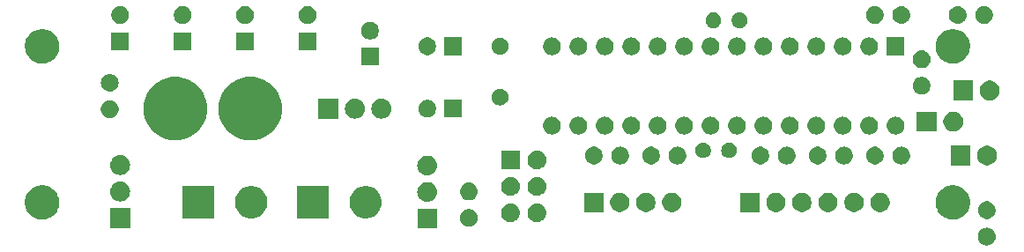
<source format=gbr>
G04 #@! TF.GenerationSoftware,KiCad,Pcbnew,(5.0.1-3-g963ef8bb5)*
G04 #@! TF.CreationDate,2019-03-04T20:59:00-06:00*
G04 #@! TF.ProjectId,SmartNerfBlaster,536D6172744E657266426C6173746572,v1*
G04 #@! TF.SameCoordinates,Original*
G04 #@! TF.FileFunction,Soldermask,Top*
G04 #@! TF.FilePolarity,Negative*
%FSLAX46Y46*%
G04 Gerber Fmt 4.6, Leading zero omitted, Abs format (unit mm)*
G04 Created by KiCad (PCBNEW (5.0.1-3-g963ef8bb5)) date Monday, March 04, 2019 at 08:59:00 PM*
%MOMM*%
%LPD*%
G01*
G04 APERTURE LIST*
%ADD10C,0.100000*%
G04 APERTURE END LIST*
D10*
G36*
X210916821Y-92451313D02*
X210916824Y-92451314D01*
X210916825Y-92451314D01*
X211077239Y-92499975D01*
X211077241Y-92499976D01*
X211077244Y-92499977D01*
X211225078Y-92578995D01*
X211354659Y-92685341D01*
X211461005Y-92814922D01*
X211540023Y-92962756D01*
X211588687Y-93123179D01*
X211605117Y-93290000D01*
X211588687Y-93456821D01*
X211540023Y-93617244D01*
X211461005Y-93765078D01*
X211354659Y-93894659D01*
X211225078Y-94001005D01*
X211077244Y-94080023D01*
X211077241Y-94080024D01*
X211077239Y-94080025D01*
X210916825Y-94128686D01*
X210916824Y-94128686D01*
X210916821Y-94128687D01*
X210791804Y-94141000D01*
X210708196Y-94141000D01*
X210583179Y-94128687D01*
X210583176Y-94128686D01*
X210583175Y-94128686D01*
X210422761Y-94080025D01*
X210422759Y-94080024D01*
X210422756Y-94080023D01*
X210274922Y-94001005D01*
X210145341Y-93894659D01*
X210038995Y-93765078D01*
X209959977Y-93617244D01*
X209911313Y-93456821D01*
X209894883Y-93290000D01*
X209911313Y-93123179D01*
X209959977Y-92962756D01*
X210038995Y-92814922D01*
X210145341Y-92685341D01*
X210274922Y-92578995D01*
X210422756Y-92499977D01*
X210422759Y-92499976D01*
X210422761Y-92499975D01*
X210583175Y-92451314D01*
X210583176Y-92451314D01*
X210583179Y-92451313D01*
X210708196Y-92439000D01*
X210791804Y-92439000D01*
X210916821Y-92451313D01*
X210916821Y-92451313D01*
G37*
G36*
X157951000Y-92491000D02*
X156049000Y-92491000D01*
X156049000Y-90589000D01*
X157951000Y-90589000D01*
X157951000Y-92491000D01*
X157951000Y-92491000D01*
G37*
G36*
X128451000Y-92451000D02*
X126549000Y-92451000D01*
X126549000Y-90549000D01*
X128451000Y-90549000D01*
X128451000Y-92451000D01*
X128451000Y-92451000D01*
G37*
G36*
X161248228Y-90681703D02*
X161403100Y-90745853D01*
X161542481Y-90838985D01*
X161661015Y-90957519D01*
X161754147Y-91096900D01*
X161818297Y-91251772D01*
X161851000Y-91416184D01*
X161851000Y-91583816D01*
X161818297Y-91748228D01*
X161754147Y-91903100D01*
X161661015Y-92042481D01*
X161542481Y-92161015D01*
X161403100Y-92254147D01*
X161248228Y-92318297D01*
X161083816Y-92351000D01*
X160916184Y-92351000D01*
X160751772Y-92318297D01*
X160596900Y-92254147D01*
X160457519Y-92161015D01*
X160338985Y-92042481D01*
X160245853Y-91903100D01*
X160181703Y-91748228D01*
X160149000Y-91583816D01*
X160149000Y-91416184D01*
X160181703Y-91251772D01*
X160245853Y-91096900D01*
X160338985Y-90957519D01*
X160457519Y-90838985D01*
X160596900Y-90745853D01*
X160751772Y-90681703D01*
X160916184Y-90649000D01*
X161083816Y-90649000D01*
X161248228Y-90681703D01*
X161248228Y-90681703D01*
G37*
G36*
X167650443Y-90105519D02*
X167716627Y-90112037D01*
X167829853Y-90146384D01*
X167886467Y-90163557D01*
X168025087Y-90237652D01*
X168042991Y-90247222D01*
X168078729Y-90276552D01*
X168180186Y-90359814D01*
X168256176Y-90452410D01*
X168292778Y-90497009D01*
X168292779Y-90497011D01*
X168376443Y-90653533D01*
X168384988Y-90681703D01*
X168427963Y-90823373D01*
X168445359Y-91000000D01*
X168427963Y-91176627D01*
X168405168Y-91251772D01*
X168376443Y-91346467D01*
X168302348Y-91485087D01*
X168292778Y-91502991D01*
X168291829Y-91504147D01*
X168180186Y-91640186D01*
X168078729Y-91723448D01*
X168042991Y-91752778D01*
X168042989Y-91752779D01*
X167886467Y-91836443D01*
X167829853Y-91853616D01*
X167716627Y-91887963D01*
X167650443Y-91894481D01*
X167584260Y-91901000D01*
X167495740Y-91901000D01*
X167429558Y-91894482D01*
X167363373Y-91887963D01*
X167250147Y-91853616D01*
X167193533Y-91836443D01*
X167037011Y-91752779D01*
X167037009Y-91752778D01*
X167001271Y-91723448D01*
X166899814Y-91640186D01*
X166788171Y-91504147D01*
X166787222Y-91502991D01*
X166777652Y-91485087D01*
X166703557Y-91346467D01*
X166674832Y-91251772D01*
X166652037Y-91176627D01*
X166634641Y-91000000D01*
X166652037Y-90823373D01*
X166695012Y-90681703D01*
X166703557Y-90653533D01*
X166787221Y-90497011D01*
X166787222Y-90497009D01*
X166823824Y-90452410D01*
X166899814Y-90359814D01*
X167001271Y-90276552D01*
X167037009Y-90247222D01*
X167054913Y-90237652D01*
X167193533Y-90163557D01*
X167250147Y-90146384D01*
X167363373Y-90112037D01*
X167429557Y-90105519D01*
X167495740Y-90099000D01*
X167584260Y-90099000D01*
X167650443Y-90105519D01*
X167650443Y-90105519D01*
G37*
G36*
X165110443Y-90105519D02*
X165176627Y-90112037D01*
X165289853Y-90146384D01*
X165346467Y-90163557D01*
X165485087Y-90237652D01*
X165502991Y-90247222D01*
X165538729Y-90276552D01*
X165640186Y-90359814D01*
X165716176Y-90452410D01*
X165752778Y-90497009D01*
X165752779Y-90497011D01*
X165836443Y-90653533D01*
X165844988Y-90681703D01*
X165887963Y-90823373D01*
X165905359Y-91000000D01*
X165887963Y-91176627D01*
X165865168Y-91251772D01*
X165836443Y-91346467D01*
X165762348Y-91485087D01*
X165752778Y-91502991D01*
X165751829Y-91504147D01*
X165640186Y-91640186D01*
X165538729Y-91723448D01*
X165502991Y-91752778D01*
X165502989Y-91752779D01*
X165346467Y-91836443D01*
X165289853Y-91853616D01*
X165176627Y-91887963D01*
X165110443Y-91894481D01*
X165044260Y-91901000D01*
X164955740Y-91901000D01*
X164889558Y-91894482D01*
X164823373Y-91887963D01*
X164710147Y-91853616D01*
X164653533Y-91836443D01*
X164497011Y-91752779D01*
X164497009Y-91752778D01*
X164461271Y-91723448D01*
X164359814Y-91640186D01*
X164248171Y-91504147D01*
X164247222Y-91502991D01*
X164237652Y-91485087D01*
X164163557Y-91346467D01*
X164134832Y-91251772D01*
X164112037Y-91176627D01*
X164094641Y-91000000D01*
X164112037Y-90823373D01*
X164155012Y-90681703D01*
X164163557Y-90653533D01*
X164247221Y-90497011D01*
X164247222Y-90497009D01*
X164283824Y-90452410D01*
X164359814Y-90359814D01*
X164461271Y-90276552D01*
X164497009Y-90247222D01*
X164514913Y-90237652D01*
X164653533Y-90163557D01*
X164710147Y-90146384D01*
X164823373Y-90112037D01*
X164889557Y-90105519D01*
X164955740Y-90099000D01*
X165044260Y-90099000D01*
X165110443Y-90105519D01*
X165110443Y-90105519D01*
G37*
G36*
X207875256Y-88391298D02*
X207981579Y-88412447D01*
X208282042Y-88536903D01*
X208367950Y-88594305D01*
X208552454Y-88717587D01*
X208782413Y-88947546D01*
X208782415Y-88947549D01*
X208959636Y-89212778D01*
X208963098Y-89217960D01*
X208991794Y-89287239D01*
X209076155Y-89490903D01*
X209087553Y-89518422D01*
X209151000Y-89837389D01*
X209151000Y-90162611D01*
X209129618Y-90270104D01*
X209087553Y-90481579D01*
X209059626Y-90549000D01*
X208982718Y-90734674D01*
X208963097Y-90782042D01*
X208925049Y-90838985D01*
X208782413Y-91052454D01*
X208552454Y-91282413D01*
X208552451Y-91282415D01*
X208282042Y-91463097D01*
X207981579Y-91587553D01*
X207913976Y-91601000D01*
X207662611Y-91651000D01*
X207337389Y-91651000D01*
X207086024Y-91601000D01*
X207018421Y-91587553D01*
X206717958Y-91463097D01*
X206447549Y-91282415D01*
X206447546Y-91282413D01*
X206217587Y-91052454D01*
X206074951Y-90838985D01*
X206036903Y-90782042D01*
X206017283Y-90734674D01*
X205940374Y-90549000D01*
X205912447Y-90481579D01*
X205870382Y-90270104D01*
X205849000Y-90162611D01*
X205849000Y-89837389D01*
X205912447Y-89518422D01*
X205923846Y-89490903D01*
X206008206Y-89287239D01*
X206036902Y-89217960D01*
X206040365Y-89212778D01*
X206217585Y-88947549D01*
X206217587Y-88947546D01*
X206447546Y-88717587D01*
X206632050Y-88594305D01*
X206717958Y-88536903D01*
X207018421Y-88412447D01*
X207124744Y-88391298D01*
X207337389Y-88349000D01*
X207662611Y-88349000D01*
X207875256Y-88391298D01*
X207875256Y-88391298D01*
G37*
G36*
X120375256Y-88391298D02*
X120481579Y-88412447D01*
X120782042Y-88536903D01*
X120867950Y-88594305D01*
X121052454Y-88717587D01*
X121282413Y-88947546D01*
X121282415Y-88947549D01*
X121459636Y-89212778D01*
X121463098Y-89217960D01*
X121491794Y-89287239D01*
X121576155Y-89490903D01*
X121587553Y-89518422D01*
X121651000Y-89837389D01*
X121651000Y-90162611D01*
X121629618Y-90270104D01*
X121587553Y-90481579D01*
X121559626Y-90549000D01*
X121482718Y-90734674D01*
X121463097Y-90782042D01*
X121425049Y-90838985D01*
X121282413Y-91052454D01*
X121052454Y-91282413D01*
X121052451Y-91282415D01*
X120782042Y-91463097D01*
X120481579Y-91587553D01*
X120413976Y-91601000D01*
X120162611Y-91651000D01*
X119837389Y-91651000D01*
X119586024Y-91601000D01*
X119518421Y-91587553D01*
X119217958Y-91463097D01*
X118947549Y-91282415D01*
X118947546Y-91282413D01*
X118717587Y-91052454D01*
X118574951Y-90838985D01*
X118536903Y-90782042D01*
X118517283Y-90734674D01*
X118440374Y-90549000D01*
X118412447Y-90481579D01*
X118370382Y-90270104D01*
X118349000Y-90162611D01*
X118349000Y-89837389D01*
X118412447Y-89518422D01*
X118423846Y-89490903D01*
X118508206Y-89287239D01*
X118536902Y-89217960D01*
X118540365Y-89212778D01*
X118717585Y-88947549D01*
X118717587Y-88947546D01*
X118947546Y-88717587D01*
X119132050Y-88594305D01*
X119217958Y-88536903D01*
X119518421Y-88412447D01*
X119624744Y-88391298D01*
X119837389Y-88349000D01*
X120162611Y-88349000D01*
X120375256Y-88391298D01*
X120375256Y-88391298D01*
G37*
G36*
X210998228Y-89931703D02*
X211153100Y-89995853D01*
X211292481Y-90088985D01*
X211411015Y-90207519D01*
X211504147Y-90346900D01*
X211568297Y-90501772D01*
X211601000Y-90666184D01*
X211601000Y-90833816D01*
X211568297Y-90998228D01*
X211504147Y-91153100D01*
X211411015Y-91292481D01*
X211292481Y-91411015D01*
X211153100Y-91504147D01*
X210998228Y-91568297D01*
X210833816Y-91601000D01*
X210666184Y-91601000D01*
X210501772Y-91568297D01*
X210346900Y-91504147D01*
X210207519Y-91411015D01*
X210088985Y-91292481D01*
X209995853Y-91153100D01*
X209931703Y-90998228D01*
X209899000Y-90833816D01*
X209899000Y-90666184D01*
X209931703Y-90501772D01*
X209995853Y-90346900D01*
X210088985Y-90207519D01*
X210207519Y-90088985D01*
X210346900Y-89995853D01*
X210501772Y-89931703D01*
X210666184Y-89899000D01*
X210833816Y-89899000D01*
X210998228Y-89931703D01*
X210998228Y-89931703D01*
G37*
G36*
X151432527Y-88488736D02*
X151532410Y-88508604D01*
X151814674Y-88625521D01*
X152068705Y-88795259D01*
X152284741Y-89011295D01*
X152454479Y-89265326D01*
X152571396Y-89547590D01*
X152571396Y-89547591D01*
X152631000Y-89847238D01*
X152631000Y-90152762D01*
X152607659Y-90270104D01*
X152571396Y-90452410D01*
X152454479Y-90734674D01*
X152284741Y-90988705D01*
X152068705Y-91204741D01*
X151814674Y-91374479D01*
X151532410Y-91491396D01*
X151468311Y-91504146D01*
X151232762Y-91551000D01*
X150927238Y-91551000D01*
X150691689Y-91504146D01*
X150627590Y-91491396D01*
X150345326Y-91374479D01*
X150091295Y-91204741D01*
X149875259Y-90988705D01*
X149705521Y-90734674D01*
X149588604Y-90452410D01*
X149552341Y-90270104D01*
X149529000Y-90152762D01*
X149529000Y-89847238D01*
X149588604Y-89547591D01*
X149588604Y-89547590D01*
X149705521Y-89265326D01*
X149875259Y-89011295D01*
X150091295Y-88795259D01*
X150345326Y-88625521D01*
X150627590Y-88508604D01*
X150727473Y-88488736D01*
X150927238Y-88449000D01*
X151232762Y-88449000D01*
X151432527Y-88488736D01*
X151432527Y-88488736D01*
G37*
G36*
X147551000Y-91551000D02*
X144449000Y-91551000D01*
X144449000Y-88449000D01*
X147551000Y-88449000D01*
X147551000Y-91551000D01*
X147551000Y-91551000D01*
G37*
G36*
X136551000Y-91551000D02*
X133449000Y-91551000D01*
X133449000Y-88449000D01*
X136551000Y-88449000D01*
X136551000Y-91551000D01*
X136551000Y-91551000D01*
G37*
G36*
X140432527Y-88488736D02*
X140532410Y-88508604D01*
X140814674Y-88625521D01*
X141068705Y-88795259D01*
X141284741Y-89011295D01*
X141454479Y-89265326D01*
X141571396Y-89547590D01*
X141571396Y-89547591D01*
X141631000Y-89847238D01*
X141631000Y-90152762D01*
X141607659Y-90270104D01*
X141571396Y-90452410D01*
X141454479Y-90734674D01*
X141284741Y-90988705D01*
X141068705Y-91204741D01*
X140814674Y-91374479D01*
X140532410Y-91491396D01*
X140468311Y-91504146D01*
X140232762Y-91551000D01*
X139927238Y-91551000D01*
X139691689Y-91504146D01*
X139627590Y-91491396D01*
X139345326Y-91374479D01*
X139091295Y-91204741D01*
X138875259Y-90988705D01*
X138705521Y-90734674D01*
X138588604Y-90452410D01*
X138552341Y-90270104D01*
X138529000Y-90152762D01*
X138529000Y-89847238D01*
X138588604Y-89547591D01*
X138588604Y-89547590D01*
X138705521Y-89265326D01*
X138875259Y-89011295D01*
X139091295Y-88795259D01*
X139345326Y-88625521D01*
X139627590Y-88508604D01*
X139727473Y-88488736D01*
X139927238Y-88449000D01*
X140232762Y-88449000D01*
X140432527Y-88488736D01*
X140432527Y-88488736D01*
G37*
G36*
X193270104Y-89109585D02*
X193438626Y-89179389D01*
X193590291Y-89280728D01*
X193719272Y-89409709D01*
X193820611Y-89561374D01*
X193890415Y-89729896D01*
X193926000Y-89908797D01*
X193926000Y-90091203D01*
X193890415Y-90270104D01*
X193820611Y-90438626D01*
X193719272Y-90590291D01*
X193590291Y-90719272D01*
X193438626Y-90820611D01*
X193270104Y-90890415D01*
X193091203Y-90926000D01*
X192908797Y-90926000D01*
X192729896Y-90890415D01*
X192561374Y-90820611D01*
X192409709Y-90719272D01*
X192280728Y-90590291D01*
X192179389Y-90438626D01*
X192109585Y-90270104D01*
X192074000Y-90091203D01*
X192074000Y-89908797D01*
X192109585Y-89729896D01*
X192179389Y-89561374D01*
X192280728Y-89409709D01*
X192409709Y-89280728D01*
X192561374Y-89179389D01*
X192729896Y-89109585D01*
X192908797Y-89074000D01*
X193091203Y-89074000D01*
X193270104Y-89109585D01*
X193270104Y-89109585D01*
G37*
G36*
X195770104Y-89109585D02*
X195938626Y-89179389D01*
X196090291Y-89280728D01*
X196219272Y-89409709D01*
X196320611Y-89561374D01*
X196390415Y-89729896D01*
X196426000Y-89908797D01*
X196426000Y-90091203D01*
X196390415Y-90270104D01*
X196320611Y-90438626D01*
X196219272Y-90590291D01*
X196090291Y-90719272D01*
X195938626Y-90820611D01*
X195770104Y-90890415D01*
X195591203Y-90926000D01*
X195408797Y-90926000D01*
X195229896Y-90890415D01*
X195061374Y-90820611D01*
X194909709Y-90719272D01*
X194780728Y-90590291D01*
X194679389Y-90438626D01*
X194609585Y-90270104D01*
X194574000Y-90091203D01*
X194574000Y-89908797D01*
X194609585Y-89729896D01*
X194679389Y-89561374D01*
X194780728Y-89409709D01*
X194909709Y-89280728D01*
X195061374Y-89179389D01*
X195229896Y-89109585D01*
X195408797Y-89074000D01*
X195591203Y-89074000D01*
X195770104Y-89109585D01*
X195770104Y-89109585D01*
G37*
G36*
X198270104Y-89109585D02*
X198438626Y-89179389D01*
X198590291Y-89280728D01*
X198719272Y-89409709D01*
X198820611Y-89561374D01*
X198890415Y-89729896D01*
X198926000Y-89908797D01*
X198926000Y-90091203D01*
X198890415Y-90270104D01*
X198820611Y-90438626D01*
X198719272Y-90590291D01*
X198590291Y-90719272D01*
X198438626Y-90820611D01*
X198270104Y-90890415D01*
X198091203Y-90926000D01*
X197908797Y-90926000D01*
X197729896Y-90890415D01*
X197561374Y-90820611D01*
X197409709Y-90719272D01*
X197280728Y-90590291D01*
X197179389Y-90438626D01*
X197109585Y-90270104D01*
X197074000Y-90091203D01*
X197074000Y-89908797D01*
X197109585Y-89729896D01*
X197179389Y-89561374D01*
X197280728Y-89409709D01*
X197409709Y-89280728D01*
X197561374Y-89179389D01*
X197729896Y-89109585D01*
X197908797Y-89074000D01*
X198091203Y-89074000D01*
X198270104Y-89109585D01*
X198270104Y-89109585D01*
G37*
G36*
X200770104Y-89109585D02*
X200938626Y-89179389D01*
X201090291Y-89280728D01*
X201219272Y-89409709D01*
X201320611Y-89561374D01*
X201390415Y-89729896D01*
X201426000Y-89908797D01*
X201426000Y-90091203D01*
X201390415Y-90270104D01*
X201320611Y-90438626D01*
X201219272Y-90590291D01*
X201090291Y-90719272D01*
X200938626Y-90820611D01*
X200770104Y-90890415D01*
X200591203Y-90926000D01*
X200408797Y-90926000D01*
X200229896Y-90890415D01*
X200061374Y-90820611D01*
X199909709Y-90719272D01*
X199780728Y-90590291D01*
X199679389Y-90438626D01*
X199609585Y-90270104D01*
X199574000Y-90091203D01*
X199574000Y-89908797D01*
X199609585Y-89729896D01*
X199679389Y-89561374D01*
X199780728Y-89409709D01*
X199909709Y-89280728D01*
X200061374Y-89179389D01*
X200229896Y-89109585D01*
X200408797Y-89074000D01*
X200591203Y-89074000D01*
X200770104Y-89109585D01*
X200770104Y-89109585D01*
G37*
G36*
X190770104Y-89109585D02*
X190938626Y-89179389D01*
X191090291Y-89280728D01*
X191219272Y-89409709D01*
X191320611Y-89561374D01*
X191390415Y-89729896D01*
X191426000Y-89908797D01*
X191426000Y-90091203D01*
X191390415Y-90270104D01*
X191320611Y-90438626D01*
X191219272Y-90590291D01*
X191090291Y-90719272D01*
X190938626Y-90820611D01*
X190770104Y-90890415D01*
X190591203Y-90926000D01*
X190408797Y-90926000D01*
X190229896Y-90890415D01*
X190061374Y-90820611D01*
X189909709Y-90719272D01*
X189780728Y-90590291D01*
X189679389Y-90438626D01*
X189609585Y-90270104D01*
X189574000Y-90091203D01*
X189574000Y-89908797D01*
X189609585Y-89729896D01*
X189679389Y-89561374D01*
X189780728Y-89409709D01*
X189909709Y-89280728D01*
X190061374Y-89179389D01*
X190229896Y-89109585D01*
X190408797Y-89074000D01*
X190591203Y-89074000D01*
X190770104Y-89109585D01*
X190770104Y-89109585D01*
G37*
G36*
X188926000Y-90926000D02*
X187074000Y-90926000D01*
X187074000Y-89074000D01*
X188926000Y-89074000D01*
X188926000Y-90926000D01*
X188926000Y-90926000D01*
G37*
G36*
X180770104Y-89109585D02*
X180938626Y-89179389D01*
X181090291Y-89280728D01*
X181219272Y-89409709D01*
X181320611Y-89561374D01*
X181390415Y-89729896D01*
X181426000Y-89908797D01*
X181426000Y-90091203D01*
X181390415Y-90270104D01*
X181320611Y-90438626D01*
X181219272Y-90590291D01*
X181090291Y-90719272D01*
X180938626Y-90820611D01*
X180770104Y-90890415D01*
X180591203Y-90926000D01*
X180408797Y-90926000D01*
X180229896Y-90890415D01*
X180061374Y-90820611D01*
X179909709Y-90719272D01*
X179780728Y-90590291D01*
X179679389Y-90438626D01*
X179609585Y-90270104D01*
X179574000Y-90091203D01*
X179574000Y-89908797D01*
X179609585Y-89729896D01*
X179679389Y-89561374D01*
X179780728Y-89409709D01*
X179909709Y-89280728D01*
X180061374Y-89179389D01*
X180229896Y-89109585D01*
X180408797Y-89074000D01*
X180591203Y-89074000D01*
X180770104Y-89109585D01*
X180770104Y-89109585D01*
G37*
G36*
X178270104Y-89109585D02*
X178438626Y-89179389D01*
X178590291Y-89280728D01*
X178719272Y-89409709D01*
X178820611Y-89561374D01*
X178890415Y-89729896D01*
X178926000Y-89908797D01*
X178926000Y-90091203D01*
X178890415Y-90270104D01*
X178820611Y-90438626D01*
X178719272Y-90590291D01*
X178590291Y-90719272D01*
X178438626Y-90820611D01*
X178270104Y-90890415D01*
X178091203Y-90926000D01*
X177908797Y-90926000D01*
X177729896Y-90890415D01*
X177561374Y-90820611D01*
X177409709Y-90719272D01*
X177280728Y-90590291D01*
X177179389Y-90438626D01*
X177109585Y-90270104D01*
X177074000Y-90091203D01*
X177074000Y-89908797D01*
X177109585Y-89729896D01*
X177179389Y-89561374D01*
X177280728Y-89409709D01*
X177409709Y-89280728D01*
X177561374Y-89179389D01*
X177729896Y-89109585D01*
X177908797Y-89074000D01*
X178091203Y-89074000D01*
X178270104Y-89109585D01*
X178270104Y-89109585D01*
G37*
G36*
X175770104Y-89109585D02*
X175938626Y-89179389D01*
X176090291Y-89280728D01*
X176219272Y-89409709D01*
X176320611Y-89561374D01*
X176390415Y-89729896D01*
X176426000Y-89908797D01*
X176426000Y-90091203D01*
X176390415Y-90270104D01*
X176320611Y-90438626D01*
X176219272Y-90590291D01*
X176090291Y-90719272D01*
X175938626Y-90820611D01*
X175770104Y-90890415D01*
X175591203Y-90926000D01*
X175408797Y-90926000D01*
X175229896Y-90890415D01*
X175061374Y-90820611D01*
X174909709Y-90719272D01*
X174780728Y-90590291D01*
X174679389Y-90438626D01*
X174609585Y-90270104D01*
X174574000Y-90091203D01*
X174574000Y-89908797D01*
X174609585Y-89729896D01*
X174679389Y-89561374D01*
X174780728Y-89409709D01*
X174909709Y-89280728D01*
X175061374Y-89179389D01*
X175229896Y-89109585D01*
X175408797Y-89074000D01*
X175591203Y-89074000D01*
X175770104Y-89109585D01*
X175770104Y-89109585D01*
G37*
G36*
X173926000Y-90926000D02*
X172074000Y-90926000D01*
X172074000Y-89074000D01*
X173926000Y-89074000D01*
X173926000Y-90926000D01*
X173926000Y-90926000D01*
G37*
G36*
X157186425Y-88062760D02*
X157186428Y-88062761D01*
X157186429Y-88062761D01*
X157365693Y-88117140D01*
X157365695Y-88117141D01*
X157530905Y-88205448D01*
X157675712Y-88324288D01*
X157794552Y-88469095D01*
X157878164Y-88625521D01*
X157882860Y-88634307D01*
X157925105Y-88773571D01*
X157937240Y-88813575D01*
X157955601Y-89000000D01*
X157937240Y-89186425D01*
X157937239Y-89186428D01*
X157937239Y-89186429D01*
X157884284Y-89361000D01*
X157882859Y-89365695D01*
X157794552Y-89530905D01*
X157675712Y-89675712D01*
X157530905Y-89794552D01*
X157432337Y-89847238D01*
X157365693Y-89882860D01*
X157186429Y-89937239D01*
X157186428Y-89937239D01*
X157186425Y-89937240D01*
X157046718Y-89951000D01*
X156953282Y-89951000D01*
X156813575Y-89937240D01*
X156813572Y-89937239D01*
X156813571Y-89937239D01*
X156634307Y-89882860D01*
X156567663Y-89847238D01*
X156469095Y-89794552D01*
X156324288Y-89675712D01*
X156205448Y-89530905D01*
X156117141Y-89365695D01*
X156115717Y-89361000D01*
X156062761Y-89186429D01*
X156062761Y-89186428D01*
X156062760Y-89186425D01*
X156044399Y-89000000D01*
X156062760Y-88813575D01*
X156074895Y-88773571D01*
X156117140Y-88634307D01*
X156121836Y-88625521D01*
X156205448Y-88469095D01*
X156324288Y-88324288D01*
X156469095Y-88205448D01*
X156634305Y-88117141D01*
X156634307Y-88117140D01*
X156813571Y-88062761D01*
X156813572Y-88062761D01*
X156813575Y-88062760D01*
X156953282Y-88049000D01*
X157046718Y-88049000D01*
X157186425Y-88062760D01*
X157186425Y-88062760D01*
G37*
G36*
X127686425Y-88022760D02*
X127686428Y-88022761D01*
X127686429Y-88022761D01*
X127865693Y-88077140D01*
X127865695Y-88077141D01*
X128030905Y-88165448D01*
X128175712Y-88284288D01*
X128294552Y-88429095D01*
X128315934Y-88469097D01*
X128382860Y-88594307D01*
X128420256Y-88717585D01*
X128437240Y-88773575D01*
X128455601Y-88960000D01*
X128437240Y-89146425D01*
X128437239Y-89146428D01*
X128437239Y-89146429D01*
X128427241Y-89179389D01*
X128382859Y-89325695D01*
X128294552Y-89490905D01*
X128175712Y-89635712D01*
X128030905Y-89754552D01*
X127875925Y-89837391D01*
X127865693Y-89842860D01*
X127686429Y-89897239D01*
X127686428Y-89897239D01*
X127686425Y-89897240D01*
X127546718Y-89911000D01*
X127453282Y-89911000D01*
X127313575Y-89897240D01*
X127313572Y-89897239D01*
X127313571Y-89897239D01*
X127134307Y-89842860D01*
X127124075Y-89837391D01*
X126969095Y-89754552D01*
X126824288Y-89635712D01*
X126705448Y-89490905D01*
X126617141Y-89325695D01*
X126572760Y-89179389D01*
X126562761Y-89146429D01*
X126562761Y-89146428D01*
X126562760Y-89146425D01*
X126544399Y-88960000D01*
X126562760Y-88773575D01*
X126579744Y-88717585D01*
X126617140Y-88594307D01*
X126684066Y-88469097D01*
X126705448Y-88429095D01*
X126824288Y-88284288D01*
X126969095Y-88165448D01*
X127134305Y-88077141D01*
X127134307Y-88077140D01*
X127313571Y-88022761D01*
X127313572Y-88022761D01*
X127313575Y-88022760D01*
X127453282Y-88009000D01*
X127546718Y-88009000D01*
X127686425Y-88022760D01*
X127686425Y-88022760D01*
G37*
G36*
X161166821Y-88121313D02*
X161166824Y-88121314D01*
X161166825Y-88121314D01*
X161327239Y-88169975D01*
X161327241Y-88169976D01*
X161327244Y-88169977D01*
X161475078Y-88248995D01*
X161604659Y-88355341D01*
X161711005Y-88484922D01*
X161790023Y-88632756D01*
X161790024Y-88632759D01*
X161790025Y-88632761D01*
X161832739Y-88773571D01*
X161838687Y-88793179D01*
X161855117Y-88960000D01*
X161838687Y-89126821D01*
X161838686Y-89126824D01*
X161838686Y-89126825D01*
X161796672Y-89265328D01*
X161790023Y-89287244D01*
X161711005Y-89435078D01*
X161604659Y-89564659D01*
X161475078Y-89671005D01*
X161327244Y-89750023D01*
X161327241Y-89750024D01*
X161327239Y-89750025D01*
X161166825Y-89798686D01*
X161166824Y-89798686D01*
X161166821Y-89798687D01*
X161041804Y-89811000D01*
X160958196Y-89811000D01*
X160833179Y-89798687D01*
X160833176Y-89798686D01*
X160833175Y-89798686D01*
X160672761Y-89750025D01*
X160672759Y-89750024D01*
X160672756Y-89750023D01*
X160524922Y-89671005D01*
X160395341Y-89564659D01*
X160288995Y-89435078D01*
X160209977Y-89287244D01*
X160203329Y-89265328D01*
X160161314Y-89126825D01*
X160161314Y-89126824D01*
X160161313Y-89126821D01*
X160144883Y-88960000D01*
X160161313Y-88793179D01*
X160167261Y-88773571D01*
X160209975Y-88632761D01*
X160209976Y-88632759D01*
X160209977Y-88632756D01*
X160288995Y-88484922D01*
X160395341Y-88355341D01*
X160524922Y-88248995D01*
X160672756Y-88169977D01*
X160672759Y-88169976D01*
X160672761Y-88169975D01*
X160833175Y-88121314D01*
X160833176Y-88121314D01*
X160833179Y-88121313D01*
X160958196Y-88109000D01*
X161041804Y-88109000D01*
X161166821Y-88121313D01*
X161166821Y-88121313D01*
G37*
G36*
X167650443Y-87565519D02*
X167716627Y-87572037D01*
X167829853Y-87606384D01*
X167886467Y-87623557D01*
X168025087Y-87697652D01*
X168042991Y-87707222D01*
X168078729Y-87736552D01*
X168180186Y-87819814D01*
X168263448Y-87921271D01*
X168292778Y-87957009D01*
X168292779Y-87957011D01*
X168376443Y-88113533D01*
X168376443Y-88113534D01*
X168427963Y-88283373D01*
X168445359Y-88460000D01*
X168427963Y-88636627D01*
X168403405Y-88717585D01*
X168376443Y-88806467D01*
X168302348Y-88945087D01*
X168292778Y-88962991D01*
X168263448Y-88998729D01*
X168180186Y-89100186D01*
X168083675Y-89179389D01*
X168042991Y-89212778D01*
X168042989Y-89212779D01*
X167886467Y-89296443D01*
X167829853Y-89313616D01*
X167716627Y-89347963D01*
X167650443Y-89354481D01*
X167584260Y-89361000D01*
X167495740Y-89361000D01*
X167429557Y-89354481D01*
X167363373Y-89347963D01*
X167250147Y-89313616D01*
X167193533Y-89296443D01*
X167037011Y-89212779D01*
X167037009Y-89212778D01*
X166996325Y-89179389D01*
X166899814Y-89100186D01*
X166816552Y-88998729D01*
X166787222Y-88962991D01*
X166777652Y-88945087D01*
X166703557Y-88806467D01*
X166676595Y-88717585D01*
X166652037Y-88636627D01*
X166634641Y-88460000D01*
X166652037Y-88283373D01*
X166703557Y-88113534D01*
X166703557Y-88113533D01*
X166787221Y-87957011D01*
X166787222Y-87957009D01*
X166816552Y-87921271D01*
X166899814Y-87819814D01*
X167001271Y-87736552D01*
X167037009Y-87707222D01*
X167054913Y-87697652D01*
X167193533Y-87623557D01*
X167250147Y-87606384D01*
X167363373Y-87572037D01*
X167429557Y-87565519D01*
X167495740Y-87559000D01*
X167584260Y-87559000D01*
X167650443Y-87565519D01*
X167650443Y-87565519D01*
G37*
G36*
X165110443Y-87565519D02*
X165176627Y-87572037D01*
X165289853Y-87606384D01*
X165346467Y-87623557D01*
X165485087Y-87697652D01*
X165502991Y-87707222D01*
X165538729Y-87736552D01*
X165640186Y-87819814D01*
X165723448Y-87921271D01*
X165752778Y-87957009D01*
X165752779Y-87957011D01*
X165836443Y-88113533D01*
X165836443Y-88113534D01*
X165887963Y-88283373D01*
X165905359Y-88460000D01*
X165887963Y-88636627D01*
X165863405Y-88717585D01*
X165836443Y-88806467D01*
X165762348Y-88945087D01*
X165752778Y-88962991D01*
X165723448Y-88998729D01*
X165640186Y-89100186D01*
X165543675Y-89179389D01*
X165502991Y-89212778D01*
X165502989Y-89212779D01*
X165346467Y-89296443D01*
X165289853Y-89313616D01*
X165176627Y-89347963D01*
X165110443Y-89354481D01*
X165044260Y-89361000D01*
X164955740Y-89361000D01*
X164889557Y-89354481D01*
X164823373Y-89347963D01*
X164710147Y-89313616D01*
X164653533Y-89296443D01*
X164497011Y-89212779D01*
X164497009Y-89212778D01*
X164456325Y-89179389D01*
X164359814Y-89100186D01*
X164276552Y-88998729D01*
X164247222Y-88962991D01*
X164237652Y-88945087D01*
X164163557Y-88806467D01*
X164136595Y-88717585D01*
X164112037Y-88636627D01*
X164094641Y-88460000D01*
X164112037Y-88283373D01*
X164163557Y-88113534D01*
X164163557Y-88113533D01*
X164247221Y-87957011D01*
X164247222Y-87957009D01*
X164276552Y-87921271D01*
X164359814Y-87819814D01*
X164461271Y-87736552D01*
X164497009Y-87707222D01*
X164514913Y-87697652D01*
X164653533Y-87623557D01*
X164710147Y-87606384D01*
X164823373Y-87572037D01*
X164889557Y-87565519D01*
X164955740Y-87559000D01*
X165044260Y-87559000D01*
X165110443Y-87565519D01*
X165110443Y-87565519D01*
G37*
G36*
X157186425Y-85522760D02*
X157186428Y-85522761D01*
X157186429Y-85522761D01*
X157365693Y-85577140D01*
X157365695Y-85577141D01*
X157530905Y-85665448D01*
X157675712Y-85784288D01*
X157794552Y-85929095D01*
X157882859Y-86094305D01*
X157882860Y-86094307D01*
X157931347Y-86254147D01*
X157937240Y-86273575D01*
X157955601Y-86460000D01*
X157937240Y-86646425D01*
X157937239Y-86646428D01*
X157937239Y-86646429D01*
X157884284Y-86821000D01*
X157882859Y-86825695D01*
X157794552Y-86990905D01*
X157675712Y-87135712D01*
X157530905Y-87254552D01*
X157365695Y-87342859D01*
X157365693Y-87342860D01*
X157186429Y-87397239D01*
X157186428Y-87397239D01*
X157186425Y-87397240D01*
X157046718Y-87411000D01*
X156953282Y-87411000D01*
X156813575Y-87397240D01*
X156813572Y-87397239D01*
X156813571Y-87397239D01*
X156634307Y-87342860D01*
X156634305Y-87342859D01*
X156469095Y-87254552D01*
X156324288Y-87135712D01*
X156205448Y-86990905D01*
X156117141Y-86825695D01*
X156115717Y-86821000D01*
X156062761Y-86646429D01*
X156062761Y-86646428D01*
X156062760Y-86646425D01*
X156044399Y-86460000D01*
X156062760Y-86273575D01*
X156068653Y-86254147D01*
X156117140Y-86094307D01*
X156117141Y-86094305D01*
X156205448Y-85929095D01*
X156324288Y-85784288D01*
X156469095Y-85665448D01*
X156634305Y-85577141D01*
X156634307Y-85577140D01*
X156813571Y-85522761D01*
X156813572Y-85522761D01*
X156813575Y-85522760D01*
X156953282Y-85509000D01*
X157046718Y-85509000D01*
X157186425Y-85522760D01*
X157186425Y-85522760D01*
G37*
G36*
X127686425Y-85482760D02*
X127686428Y-85482761D01*
X127686429Y-85482761D01*
X127865693Y-85537140D01*
X127865695Y-85537141D01*
X128030905Y-85625448D01*
X128175712Y-85744288D01*
X128294552Y-85889095D01*
X128315934Y-85929097D01*
X128382860Y-86054307D01*
X128437239Y-86233571D01*
X128437240Y-86233575D01*
X128455601Y-86420000D01*
X128437240Y-86606425D01*
X128382859Y-86785695D01*
X128294552Y-86950905D01*
X128175712Y-87095712D01*
X128030905Y-87214552D01*
X127956069Y-87254553D01*
X127865693Y-87302860D01*
X127686429Y-87357239D01*
X127686428Y-87357239D01*
X127686425Y-87357240D01*
X127546718Y-87371000D01*
X127453282Y-87371000D01*
X127313575Y-87357240D01*
X127313572Y-87357239D01*
X127313571Y-87357239D01*
X127134307Y-87302860D01*
X127043931Y-87254553D01*
X126969095Y-87214552D01*
X126824288Y-87095712D01*
X126705448Y-86950905D01*
X126617141Y-86785695D01*
X126562760Y-86606425D01*
X126544399Y-86420000D01*
X126562760Y-86233575D01*
X126562761Y-86233571D01*
X126617140Y-86054307D01*
X126684066Y-85929097D01*
X126705448Y-85889095D01*
X126824288Y-85744288D01*
X126969095Y-85625448D01*
X127134305Y-85537141D01*
X127134307Y-85537140D01*
X127313571Y-85482761D01*
X127313572Y-85482761D01*
X127313575Y-85482760D01*
X127453282Y-85469000D01*
X127546718Y-85469000D01*
X127686425Y-85482760D01*
X127686425Y-85482760D01*
G37*
G36*
X167644386Y-85024922D02*
X167716627Y-85032037D01*
X167829853Y-85066384D01*
X167886467Y-85083557D01*
X168025087Y-85157652D01*
X168042991Y-85167222D01*
X168049734Y-85172756D01*
X168180186Y-85279814D01*
X168242489Y-85355732D01*
X168292778Y-85417009D01*
X168292779Y-85417011D01*
X168376443Y-85573533D01*
X168376443Y-85573534D01*
X168427963Y-85743373D01*
X168445359Y-85920000D01*
X168427963Y-86096627D01*
X168408431Y-86161014D01*
X168376443Y-86266467D01*
X168331258Y-86351000D01*
X168292778Y-86422991D01*
X168269791Y-86451000D01*
X168180186Y-86560186D01*
X168078729Y-86643448D01*
X168042991Y-86672778D01*
X168042989Y-86672779D01*
X167886467Y-86756443D01*
X167829853Y-86773616D01*
X167716627Y-86807963D01*
X167650442Y-86814482D01*
X167584260Y-86821000D01*
X167495740Y-86821000D01*
X167429558Y-86814482D01*
X167363373Y-86807963D01*
X167250147Y-86773616D01*
X167193533Y-86756443D01*
X167037011Y-86672779D01*
X167037009Y-86672778D01*
X167001271Y-86643448D01*
X166899814Y-86560186D01*
X166810209Y-86451000D01*
X166787222Y-86422991D01*
X166748742Y-86351000D01*
X166703557Y-86266467D01*
X166671569Y-86161014D01*
X166652037Y-86096627D01*
X166634641Y-85920000D01*
X166652037Y-85743373D01*
X166703557Y-85573534D01*
X166703557Y-85573533D01*
X166787221Y-85417011D01*
X166787222Y-85417009D01*
X166837511Y-85355732D01*
X166899814Y-85279814D01*
X167030266Y-85172756D01*
X167037009Y-85167222D01*
X167054913Y-85157652D01*
X167193533Y-85083557D01*
X167250147Y-85066384D01*
X167363373Y-85032037D01*
X167435614Y-85024922D01*
X167495740Y-85019000D01*
X167584260Y-85019000D01*
X167644386Y-85024922D01*
X167644386Y-85024922D01*
G37*
G36*
X165901000Y-86821000D02*
X164099000Y-86821000D01*
X164099000Y-85019000D01*
X165901000Y-85019000D01*
X165901000Y-86821000D01*
X165901000Y-86821000D01*
G37*
G36*
X209201000Y-86451000D02*
X207299000Y-86451000D01*
X207299000Y-84549000D01*
X209201000Y-84549000D01*
X209201000Y-86451000D01*
X209201000Y-86451000D01*
G37*
G36*
X211067396Y-84585546D02*
X211240466Y-84657234D01*
X211396230Y-84761312D01*
X211528688Y-84893770D01*
X211632766Y-85049534D01*
X211704454Y-85222604D01*
X211741000Y-85406333D01*
X211741000Y-85593667D01*
X211704454Y-85777396D01*
X211632766Y-85950466D01*
X211528688Y-86106230D01*
X211396230Y-86238688D01*
X211240466Y-86342766D01*
X211067396Y-86414454D01*
X210883667Y-86451000D01*
X210696333Y-86451000D01*
X210512604Y-86414454D01*
X210339534Y-86342766D01*
X210183770Y-86238688D01*
X210051312Y-86106230D01*
X209947234Y-85950466D01*
X209875546Y-85777396D01*
X209839000Y-85593667D01*
X209839000Y-85406333D01*
X209875546Y-85222604D01*
X209947234Y-85049534D01*
X210051312Y-84893770D01*
X210183770Y-84761312D01*
X210339534Y-84657234D01*
X210512604Y-84585546D01*
X210696333Y-84549000D01*
X210883667Y-84549000D01*
X211067396Y-84585546D01*
X211067396Y-84585546D01*
G37*
G36*
X178748228Y-84681703D02*
X178903100Y-84745853D01*
X179042481Y-84838985D01*
X179161015Y-84957519D01*
X179254147Y-85096900D01*
X179318297Y-85251772D01*
X179351000Y-85416184D01*
X179351000Y-85583816D01*
X179318297Y-85748228D01*
X179254147Y-85903100D01*
X179161015Y-86042481D01*
X179042481Y-86161015D01*
X178903100Y-86254147D01*
X178748228Y-86318297D01*
X178583816Y-86351000D01*
X178416184Y-86351000D01*
X178251772Y-86318297D01*
X178096900Y-86254147D01*
X177957519Y-86161015D01*
X177838985Y-86042481D01*
X177745853Y-85903100D01*
X177681703Y-85748228D01*
X177649000Y-85583816D01*
X177649000Y-85416184D01*
X177681703Y-85251772D01*
X177745853Y-85096900D01*
X177838985Y-84957519D01*
X177957519Y-84838985D01*
X178096900Y-84745853D01*
X178251772Y-84681703D01*
X178416184Y-84649000D01*
X178583816Y-84649000D01*
X178748228Y-84681703D01*
X178748228Y-84681703D01*
G37*
G36*
X181206821Y-84661313D02*
X181206824Y-84661314D01*
X181206825Y-84661314D01*
X181367239Y-84709975D01*
X181367241Y-84709976D01*
X181367244Y-84709977D01*
X181515078Y-84788995D01*
X181644659Y-84895341D01*
X181751005Y-85024922D01*
X181830023Y-85172756D01*
X181830024Y-85172759D01*
X181830025Y-85172761D01*
X181862499Y-85279814D01*
X181878687Y-85333179D01*
X181895117Y-85500000D01*
X181878687Y-85666821D01*
X181878686Y-85666824D01*
X181878686Y-85666825D01*
X181845145Y-85777396D01*
X181830023Y-85827244D01*
X181751005Y-85975078D01*
X181644659Y-86104659D01*
X181515078Y-86211005D01*
X181367244Y-86290023D01*
X181367241Y-86290024D01*
X181367239Y-86290025D01*
X181206825Y-86338686D01*
X181206824Y-86338686D01*
X181206821Y-86338687D01*
X181081804Y-86351000D01*
X180998196Y-86351000D01*
X180873179Y-86338687D01*
X180873176Y-86338686D01*
X180873175Y-86338686D01*
X180712761Y-86290025D01*
X180712759Y-86290024D01*
X180712756Y-86290023D01*
X180564922Y-86211005D01*
X180435341Y-86104659D01*
X180328995Y-85975078D01*
X180249977Y-85827244D01*
X180234856Y-85777396D01*
X180201314Y-85666825D01*
X180201314Y-85666824D01*
X180201313Y-85666821D01*
X180184883Y-85500000D01*
X180201313Y-85333179D01*
X180217501Y-85279814D01*
X180249975Y-85172761D01*
X180249976Y-85172759D01*
X180249977Y-85172756D01*
X180328995Y-85024922D01*
X180435341Y-84895341D01*
X180564922Y-84788995D01*
X180712756Y-84709977D01*
X180712759Y-84709976D01*
X180712761Y-84709975D01*
X180873175Y-84661314D01*
X180873176Y-84661314D01*
X180873179Y-84661313D01*
X180998196Y-84649000D01*
X181081804Y-84649000D01*
X181206821Y-84661313D01*
X181206821Y-84661313D01*
G37*
G36*
X197206821Y-84661313D02*
X197206824Y-84661314D01*
X197206825Y-84661314D01*
X197367239Y-84709975D01*
X197367241Y-84709976D01*
X197367244Y-84709977D01*
X197515078Y-84788995D01*
X197644659Y-84895341D01*
X197751005Y-85024922D01*
X197830023Y-85172756D01*
X197830024Y-85172759D01*
X197830025Y-85172761D01*
X197862499Y-85279814D01*
X197878687Y-85333179D01*
X197895117Y-85500000D01*
X197878687Y-85666821D01*
X197878686Y-85666824D01*
X197878686Y-85666825D01*
X197845145Y-85777396D01*
X197830023Y-85827244D01*
X197751005Y-85975078D01*
X197644659Y-86104659D01*
X197515078Y-86211005D01*
X197367244Y-86290023D01*
X197367241Y-86290024D01*
X197367239Y-86290025D01*
X197206825Y-86338686D01*
X197206824Y-86338686D01*
X197206821Y-86338687D01*
X197081804Y-86351000D01*
X196998196Y-86351000D01*
X196873179Y-86338687D01*
X196873176Y-86338686D01*
X196873175Y-86338686D01*
X196712761Y-86290025D01*
X196712759Y-86290024D01*
X196712756Y-86290023D01*
X196564922Y-86211005D01*
X196435341Y-86104659D01*
X196328995Y-85975078D01*
X196249977Y-85827244D01*
X196234856Y-85777396D01*
X196201314Y-85666825D01*
X196201314Y-85666824D01*
X196201313Y-85666821D01*
X196184883Y-85500000D01*
X196201313Y-85333179D01*
X196217501Y-85279814D01*
X196249975Y-85172761D01*
X196249976Y-85172759D01*
X196249977Y-85172756D01*
X196328995Y-85024922D01*
X196435341Y-84895341D01*
X196564922Y-84788995D01*
X196712756Y-84709977D01*
X196712759Y-84709976D01*
X196712761Y-84709975D01*
X196873175Y-84661314D01*
X196873176Y-84661314D01*
X196873179Y-84661313D01*
X196998196Y-84649000D01*
X197081804Y-84649000D01*
X197206821Y-84661313D01*
X197206821Y-84661313D01*
G37*
G36*
X173248228Y-84681703D02*
X173403100Y-84745853D01*
X173542481Y-84838985D01*
X173661015Y-84957519D01*
X173754147Y-85096900D01*
X173818297Y-85251772D01*
X173851000Y-85416184D01*
X173851000Y-85583816D01*
X173818297Y-85748228D01*
X173754147Y-85903100D01*
X173661015Y-86042481D01*
X173542481Y-86161015D01*
X173403100Y-86254147D01*
X173248228Y-86318297D01*
X173083816Y-86351000D01*
X172916184Y-86351000D01*
X172751772Y-86318297D01*
X172596900Y-86254147D01*
X172457519Y-86161015D01*
X172338985Y-86042481D01*
X172245853Y-85903100D01*
X172181703Y-85748228D01*
X172149000Y-85583816D01*
X172149000Y-85416184D01*
X172181703Y-85251772D01*
X172245853Y-85096900D01*
X172338985Y-84957519D01*
X172457519Y-84838985D01*
X172596900Y-84745853D01*
X172751772Y-84681703D01*
X172916184Y-84649000D01*
X173083816Y-84649000D01*
X173248228Y-84681703D01*
X173248228Y-84681703D01*
G37*
G36*
X175706821Y-84661313D02*
X175706824Y-84661314D01*
X175706825Y-84661314D01*
X175867239Y-84709975D01*
X175867241Y-84709976D01*
X175867244Y-84709977D01*
X176015078Y-84788995D01*
X176144659Y-84895341D01*
X176251005Y-85024922D01*
X176330023Y-85172756D01*
X176330024Y-85172759D01*
X176330025Y-85172761D01*
X176362499Y-85279814D01*
X176378687Y-85333179D01*
X176395117Y-85500000D01*
X176378687Y-85666821D01*
X176378686Y-85666824D01*
X176378686Y-85666825D01*
X176345145Y-85777396D01*
X176330023Y-85827244D01*
X176251005Y-85975078D01*
X176144659Y-86104659D01*
X176015078Y-86211005D01*
X175867244Y-86290023D01*
X175867241Y-86290024D01*
X175867239Y-86290025D01*
X175706825Y-86338686D01*
X175706824Y-86338686D01*
X175706821Y-86338687D01*
X175581804Y-86351000D01*
X175498196Y-86351000D01*
X175373179Y-86338687D01*
X175373176Y-86338686D01*
X175373175Y-86338686D01*
X175212761Y-86290025D01*
X175212759Y-86290024D01*
X175212756Y-86290023D01*
X175064922Y-86211005D01*
X174935341Y-86104659D01*
X174828995Y-85975078D01*
X174749977Y-85827244D01*
X174734856Y-85777396D01*
X174701314Y-85666825D01*
X174701314Y-85666824D01*
X174701313Y-85666821D01*
X174684883Y-85500000D01*
X174701313Y-85333179D01*
X174717501Y-85279814D01*
X174749975Y-85172761D01*
X174749976Y-85172759D01*
X174749977Y-85172756D01*
X174828995Y-85024922D01*
X174935341Y-84895341D01*
X175064922Y-84788995D01*
X175212756Y-84709977D01*
X175212759Y-84709976D01*
X175212761Y-84709975D01*
X175373175Y-84661314D01*
X175373176Y-84661314D01*
X175373179Y-84661313D01*
X175498196Y-84649000D01*
X175581804Y-84649000D01*
X175706821Y-84661313D01*
X175706821Y-84661313D01*
G37*
G36*
X189248228Y-84681703D02*
X189403100Y-84745853D01*
X189542481Y-84838985D01*
X189661015Y-84957519D01*
X189754147Y-85096900D01*
X189818297Y-85251772D01*
X189851000Y-85416184D01*
X189851000Y-85583816D01*
X189818297Y-85748228D01*
X189754147Y-85903100D01*
X189661015Y-86042481D01*
X189542481Y-86161015D01*
X189403100Y-86254147D01*
X189248228Y-86318297D01*
X189083816Y-86351000D01*
X188916184Y-86351000D01*
X188751772Y-86318297D01*
X188596900Y-86254147D01*
X188457519Y-86161015D01*
X188338985Y-86042481D01*
X188245853Y-85903100D01*
X188181703Y-85748228D01*
X188149000Y-85583816D01*
X188149000Y-85416184D01*
X188181703Y-85251772D01*
X188245853Y-85096900D01*
X188338985Y-84957519D01*
X188457519Y-84838985D01*
X188596900Y-84745853D01*
X188751772Y-84681703D01*
X188916184Y-84649000D01*
X189083816Y-84649000D01*
X189248228Y-84681703D01*
X189248228Y-84681703D01*
G37*
G36*
X191706821Y-84661313D02*
X191706824Y-84661314D01*
X191706825Y-84661314D01*
X191867239Y-84709975D01*
X191867241Y-84709976D01*
X191867244Y-84709977D01*
X192015078Y-84788995D01*
X192144659Y-84895341D01*
X192251005Y-85024922D01*
X192330023Y-85172756D01*
X192330024Y-85172759D01*
X192330025Y-85172761D01*
X192362499Y-85279814D01*
X192378687Y-85333179D01*
X192395117Y-85500000D01*
X192378687Y-85666821D01*
X192378686Y-85666824D01*
X192378686Y-85666825D01*
X192345145Y-85777396D01*
X192330023Y-85827244D01*
X192251005Y-85975078D01*
X192144659Y-86104659D01*
X192015078Y-86211005D01*
X191867244Y-86290023D01*
X191867241Y-86290024D01*
X191867239Y-86290025D01*
X191706825Y-86338686D01*
X191706824Y-86338686D01*
X191706821Y-86338687D01*
X191581804Y-86351000D01*
X191498196Y-86351000D01*
X191373179Y-86338687D01*
X191373176Y-86338686D01*
X191373175Y-86338686D01*
X191212761Y-86290025D01*
X191212759Y-86290024D01*
X191212756Y-86290023D01*
X191064922Y-86211005D01*
X190935341Y-86104659D01*
X190828995Y-85975078D01*
X190749977Y-85827244D01*
X190734856Y-85777396D01*
X190701314Y-85666825D01*
X190701314Y-85666824D01*
X190701313Y-85666821D01*
X190684883Y-85500000D01*
X190701313Y-85333179D01*
X190717501Y-85279814D01*
X190749975Y-85172761D01*
X190749976Y-85172759D01*
X190749977Y-85172756D01*
X190828995Y-85024922D01*
X190935341Y-84895341D01*
X191064922Y-84788995D01*
X191212756Y-84709977D01*
X191212759Y-84709976D01*
X191212761Y-84709975D01*
X191373175Y-84661314D01*
X191373176Y-84661314D01*
X191373179Y-84661313D01*
X191498196Y-84649000D01*
X191581804Y-84649000D01*
X191706821Y-84661313D01*
X191706821Y-84661313D01*
G37*
G36*
X194748228Y-84681703D02*
X194903100Y-84745853D01*
X195042481Y-84838985D01*
X195161015Y-84957519D01*
X195254147Y-85096900D01*
X195318297Y-85251772D01*
X195351000Y-85416184D01*
X195351000Y-85583816D01*
X195318297Y-85748228D01*
X195254147Y-85903100D01*
X195161015Y-86042481D01*
X195042481Y-86161015D01*
X194903100Y-86254147D01*
X194748228Y-86318297D01*
X194583816Y-86351000D01*
X194416184Y-86351000D01*
X194251772Y-86318297D01*
X194096900Y-86254147D01*
X193957519Y-86161015D01*
X193838985Y-86042481D01*
X193745853Y-85903100D01*
X193681703Y-85748228D01*
X193649000Y-85583816D01*
X193649000Y-85416184D01*
X193681703Y-85251772D01*
X193745853Y-85096900D01*
X193838985Y-84957519D01*
X193957519Y-84838985D01*
X194096900Y-84745853D01*
X194251772Y-84681703D01*
X194416184Y-84649000D01*
X194583816Y-84649000D01*
X194748228Y-84681703D01*
X194748228Y-84681703D01*
G37*
G36*
X200248228Y-84681703D02*
X200403100Y-84745853D01*
X200542481Y-84838985D01*
X200661015Y-84957519D01*
X200754147Y-85096900D01*
X200818297Y-85251772D01*
X200851000Y-85416184D01*
X200851000Y-85583816D01*
X200818297Y-85748228D01*
X200754147Y-85903100D01*
X200661015Y-86042481D01*
X200542481Y-86161015D01*
X200403100Y-86254147D01*
X200248228Y-86318297D01*
X200083816Y-86351000D01*
X199916184Y-86351000D01*
X199751772Y-86318297D01*
X199596900Y-86254147D01*
X199457519Y-86161015D01*
X199338985Y-86042481D01*
X199245853Y-85903100D01*
X199181703Y-85748228D01*
X199149000Y-85583816D01*
X199149000Y-85416184D01*
X199181703Y-85251772D01*
X199245853Y-85096900D01*
X199338985Y-84957519D01*
X199457519Y-84838985D01*
X199596900Y-84745853D01*
X199751772Y-84681703D01*
X199916184Y-84649000D01*
X200083816Y-84649000D01*
X200248228Y-84681703D01*
X200248228Y-84681703D01*
G37*
G36*
X202706821Y-84661313D02*
X202706824Y-84661314D01*
X202706825Y-84661314D01*
X202867239Y-84709975D01*
X202867241Y-84709976D01*
X202867244Y-84709977D01*
X203015078Y-84788995D01*
X203144659Y-84895341D01*
X203251005Y-85024922D01*
X203330023Y-85172756D01*
X203330024Y-85172759D01*
X203330025Y-85172761D01*
X203362499Y-85279814D01*
X203378687Y-85333179D01*
X203395117Y-85500000D01*
X203378687Y-85666821D01*
X203378686Y-85666824D01*
X203378686Y-85666825D01*
X203345145Y-85777396D01*
X203330023Y-85827244D01*
X203251005Y-85975078D01*
X203144659Y-86104659D01*
X203015078Y-86211005D01*
X202867244Y-86290023D01*
X202867241Y-86290024D01*
X202867239Y-86290025D01*
X202706825Y-86338686D01*
X202706824Y-86338686D01*
X202706821Y-86338687D01*
X202581804Y-86351000D01*
X202498196Y-86351000D01*
X202373179Y-86338687D01*
X202373176Y-86338686D01*
X202373175Y-86338686D01*
X202212761Y-86290025D01*
X202212759Y-86290024D01*
X202212756Y-86290023D01*
X202064922Y-86211005D01*
X201935341Y-86104659D01*
X201828995Y-85975078D01*
X201749977Y-85827244D01*
X201734856Y-85777396D01*
X201701314Y-85666825D01*
X201701314Y-85666824D01*
X201701313Y-85666821D01*
X201684883Y-85500000D01*
X201701313Y-85333179D01*
X201717501Y-85279814D01*
X201749975Y-85172761D01*
X201749976Y-85172759D01*
X201749977Y-85172756D01*
X201828995Y-85024922D01*
X201935341Y-84895341D01*
X202064922Y-84788995D01*
X202212756Y-84709977D01*
X202212759Y-84709976D01*
X202212761Y-84709975D01*
X202373175Y-84661314D01*
X202373176Y-84661314D01*
X202373179Y-84661313D01*
X202498196Y-84649000D01*
X202581804Y-84649000D01*
X202706821Y-84661313D01*
X202706821Y-84661313D01*
G37*
G36*
X186132004Y-84260544D02*
X186219059Y-84277860D01*
X186355732Y-84334472D01*
X186355733Y-84334473D01*
X186478738Y-84416662D01*
X186583338Y-84521262D01*
X186583340Y-84521265D01*
X186665528Y-84644268D01*
X186722140Y-84780941D01*
X186739456Y-84867996D01*
X186751000Y-84926031D01*
X186751000Y-85073969D01*
X186739456Y-85132004D01*
X186722140Y-85219059D01*
X186665528Y-85355732D01*
X186665527Y-85355733D01*
X186583338Y-85478738D01*
X186478738Y-85583338D01*
X186478735Y-85583340D01*
X186355732Y-85665528D01*
X186219059Y-85722140D01*
X186132004Y-85739456D01*
X186073969Y-85751000D01*
X185926031Y-85751000D01*
X185867996Y-85739456D01*
X185780941Y-85722140D01*
X185644268Y-85665528D01*
X185521265Y-85583340D01*
X185521262Y-85583338D01*
X185416662Y-85478738D01*
X185334473Y-85355733D01*
X185334472Y-85355732D01*
X185277860Y-85219059D01*
X185260544Y-85132004D01*
X185249000Y-85073969D01*
X185249000Y-84926031D01*
X185260544Y-84867996D01*
X185277860Y-84780941D01*
X185334472Y-84644268D01*
X185416660Y-84521265D01*
X185416662Y-84521262D01*
X185521262Y-84416662D01*
X185644267Y-84334473D01*
X185644268Y-84334472D01*
X185780941Y-84277860D01*
X185867996Y-84260544D01*
X185926031Y-84249000D01*
X186073969Y-84249000D01*
X186132004Y-84260544D01*
X186132004Y-84260544D01*
G37*
G36*
X183632004Y-84260544D02*
X183719059Y-84277860D01*
X183855732Y-84334472D01*
X183855733Y-84334473D01*
X183978738Y-84416662D01*
X184083338Y-84521262D01*
X184083340Y-84521265D01*
X184165528Y-84644268D01*
X184222140Y-84780941D01*
X184239456Y-84867996D01*
X184251000Y-84926031D01*
X184251000Y-85073969D01*
X184239456Y-85132004D01*
X184222140Y-85219059D01*
X184165528Y-85355732D01*
X184165527Y-85355733D01*
X184083338Y-85478738D01*
X183978738Y-85583338D01*
X183978735Y-85583340D01*
X183855732Y-85665528D01*
X183719059Y-85722140D01*
X183632004Y-85739456D01*
X183573969Y-85751000D01*
X183426031Y-85751000D01*
X183367996Y-85739456D01*
X183280941Y-85722140D01*
X183144268Y-85665528D01*
X183021265Y-85583340D01*
X183021262Y-85583338D01*
X182916662Y-85478738D01*
X182834473Y-85355733D01*
X182834472Y-85355732D01*
X182777860Y-85219059D01*
X182760544Y-85132004D01*
X182749000Y-85073969D01*
X182749000Y-84926031D01*
X182760544Y-84867996D01*
X182777860Y-84780941D01*
X182834472Y-84644268D01*
X182916660Y-84521265D01*
X182916662Y-84521262D01*
X183021262Y-84416662D01*
X183144267Y-84334473D01*
X183144268Y-84334472D01*
X183280941Y-84277860D01*
X183367996Y-84260544D01*
X183426031Y-84249000D01*
X183573969Y-84249000D01*
X183632004Y-84260544D01*
X183632004Y-84260544D01*
G37*
G36*
X133689941Y-78066248D02*
X133689943Y-78066249D01*
X133689944Y-78066249D01*
X134245190Y-78296239D01*
X134411307Y-78407235D01*
X134744902Y-78630136D01*
X135169864Y-79055098D01*
X135169866Y-79055101D01*
X135503761Y-79554810D01*
X135708461Y-80049000D01*
X135733752Y-80110059D01*
X135851000Y-80699501D01*
X135851000Y-81300499D01*
X135735161Y-81882860D01*
X135733751Y-81889944D01*
X135503761Y-82445190D01*
X135333191Y-82700466D01*
X135169864Y-82944902D01*
X134744902Y-83369864D01*
X134744899Y-83369866D01*
X134245190Y-83703761D01*
X133689944Y-83933751D01*
X133689943Y-83933751D01*
X133689941Y-83933752D01*
X133100499Y-84051000D01*
X132499501Y-84051000D01*
X131910059Y-83933752D01*
X131910057Y-83933751D01*
X131910056Y-83933751D01*
X131354810Y-83703761D01*
X130855101Y-83369866D01*
X130855098Y-83369864D01*
X130430136Y-82944902D01*
X130266809Y-82700466D01*
X130096239Y-82445190D01*
X129866249Y-81889944D01*
X129864840Y-81882860D01*
X129749000Y-81300499D01*
X129749000Y-80699501D01*
X129866248Y-80110059D01*
X129891539Y-80049000D01*
X130096239Y-79554810D01*
X130430134Y-79055101D01*
X130430136Y-79055098D01*
X130855098Y-78630136D01*
X131188693Y-78407235D01*
X131354810Y-78296239D01*
X131910056Y-78066249D01*
X131910057Y-78066249D01*
X131910059Y-78066248D01*
X132499501Y-77949000D01*
X133100499Y-77949000D01*
X133689941Y-78066248D01*
X133689941Y-78066248D01*
G37*
G36*
X140889941Y-78066248D02*
X140889943Y-78066249D01*
X140889944Y-78066249D01*
X141445190Y-78296239D01*
X141611307Y-78407235D01*
X141944902Y-78630136D01*
X142369864Y-79055098D01*
X142369866Y-79055101D01*
X142703761Y-79554810D01*
X142908461Y-80049000D01*
X142933752Y-80110059D01*
X143051000Y-80699501D01*
X143051000Y-81300499D01*
X142935161Y-81882860D01*
X142933751Y-81889944D01*
X142703761Y-82445190D01*
X142533191Y-82700466D01*
X142369864Y-82944902D01*
X141944902Y-83369864D01*
X141944899Y-83369866D01*
X141445190Y-83703761D01*
X140889944Y-83933751D01*
X140889943Y-83933751D01*
X140889941Y-83933752D01*
X140300499Y-84051000D01*
X139699501Y-84051000D01*
X139110059Y-83933752D01*
X139110057Y-83933751D01*
X139110056Y-83933751D01*
X138554810Y-83703761D01*
X138055101Y-83369866D01*
X138055098Y-83369864D01*
X137630136Y-82944902D01*
X137466809Y-82700466D01*
X137296239Y-82445190D01*
X137066249Y-81889944D01*
X137064840Y-81882860D01*
X136949000Y-81300499D01*
X136949000Y-80699501D01*
X137066248Y-80110059D01*
X137091539Y-80049000D01*
X137296239Y-79554810D01*
X137630134Y-79055101D01*
X137630136Y-79055098D01*
X138055098Y-78630136D01*
X138388693Y-78407235D01*
X138554810Y-78296239D01*
X139110056Y-78066249D01*
X139110057Y-78066249D01*
X139110059Y-78066248D01*
X139699501Y-77949000D01*
X140300499Y-77949000D01*
X140889941Y-78066248D01*
X140889941Y-78066248D01*
G37*
G36*
X176766821Y-81781313D02*
X176766824Y-81781314D01*
X176766825Y-81781314D01*
X176927239Y-81829975D01*
X176927241Y-81829976D01*
X176927244Y-81829977D01*
X177075078Y-81908995D01*
X177204659Y-82015341D01*
X177311005Y-82144922D01*
X177390023Y-82292756D01*
X177390024Y-82292759D01*
X177390025Y-82292761D01*
X177405467Y-82343667D01*
X177438687Y-82453179D01*
X177455117Y-82620000D01*
X177438687Y-82786821D01*
X177438686Y-82786824D01*
X177438686Y-82786825D01*
X177390734Y-82944902D01*
X177390023Y-82947244D01*
X177311005Y-83095078D01*
X177204659Y-83224659D01*
X177075078Y-83331005D01*
X176927244Y-83410023D01*
X176927241Y-83410024D01*
X176927239Y-83410025D01*
X176766825Y-83458686D01*
X176766824Y-83458686D01*
X176766821Y-83458687D01*
X176641804Y-83471000D01*
X176558196Y-83471000D01*
X176433179Y-83458687D01*
X176433176Y-83458686D01*
X176433175Y-83458686D01*
X176272761Y-83410025D01*
X176272759Y-83410024D01*
X176272756Y-83410023D01*
X176124922Y-83331005D01*
X175995341Y-83224659D01*
X175888995Y-83095078D01*
X175809977Y-82947244D01*
X175809267Y-82944902D01*
X175761314Y-82786825D01*
X175761314Y-82786824D01*
X175761313Y-82786821D01*
X175744883Y-82620000D01*
X175761313Y-82453179D01*
X175794533Y-82343667D01*
X175809975Y-82292761D01*
X175809976Y-82292759D01*
X175809977Y-82292756D01*
X175888995Y-82144922D01*
X175995341Y-82015341D01*
X176124922Y-81908995D01*
X176272756Y-81829977D01*
X176272759Y-81829976D01*
X176272761Y-81829975D01*
X176433175Y-81781314D01*
X176433176Y-81781314D01*
X176433179Y-81781313D01*
X176558196Y-81769000D01*
X176641804Y-81769000D01*
X176766821Y-81781313D01*
X176766821Y-81781313D01*
G37*
G36*
X179306821Y-81781313D02*
X179306824Y-81781314D01*
X179306825Y-81781314D01*
X179467239Y-81829975D01*
X179467241Y-81829976D01*
X179467244Y-81829977D01*
X179615078Y-81908995D01*
X179744659Y-82015341D01*
X179851005Y-82144922D01*
X179930023Y-82292756D01*
X179930024Y-82292759D01*
X179930025Y-82292761D01*
X179945467Y-82343667D01*
X179978687Y-82453179D01*
X179995117Y-82620000D01*
X179978687Y-82786821D01*
X179978686Y-82786824D01*
X179978686Y-82786825D01*
X179930734Y-82944902D01*
X179930023Y-82947244D01*
X179851005Y-83095078D01*
X179744659Y-83224659D01*
X179615078Y-83331005D01*
X179467244Y-83410023D01*
X179467241Y-83410024D01*
X179467239Y-83410025D01*
X179306825Y-83458686D01*
X179306824Y-83458686D01*
X179306821Y-83458687D01*
X179181804Y-83471000D01*
X179098196Y-83471000D01*
X178973179Y-83458687D01*
X178973176Y-83458686D01*
X178973175Y-83458686D01*
X178812761Y-83410025D01*
X178812759Y-83410024D01*
X178812756Y-83410023D01*
X178664922Y-83331005D01*
X178535341Y-83224659D01*
X178428995Y-83095078D01*
X178349977Y-82947244D01*
X178349267Y-82944902D01*
X178301314Y-82786825D01*
X178301314Y-82786824D01*
X178301313Y-82786821D01*
X178284883Y-82620000D01*
X178301313Y-82453179D01*
X178334533Y-82343667D01*
X178349975Y-82292761D01*
X178349976Y-82292759D01*
X178349977Y-82292756D01*
X178428995Y-82144922D01*
X178535341Y-82015341D01*
X178664922Y-81908995D01*
X178812756Y-81829977D01*
X178812759Y-81829976D01*
X178812761Y-81829975D01*
X178973175Y-81781314D01*
X178973176Y-81781314D01*
X178973179Y-81781313D01*
X179098196Y-81769000D01*
X179181804Y-81769000D01*
X179306821Y-81781313D01*
X179306821Y-81781313D01*
G37*
G36*
X174226821Y-81781313D02*
X174226824Y-81781314D01*
X174226825Y-81781314D01*
X174387239Y-81829975D01*
X174387241Y-81829976D01*
X174387244Y-81829977D01*
X174535078Y-81908995D01*
X174664659Y-82015341D01*
X174771005Y-82144922D01*
X174850023Y-82292756D01*
X174850024Y-82292759D01*
X174850025Y-82292761D01*
X174865467Y-82343667D01*
X174898687Y-82453179D01*
X174915117Y-82620000D01*
X174898687Y-82786821D01*
X174898686Y-82786824D01*
X174898686Y-82786825D01*
X174850734Y-82944902D01*
X174850023Y-82947244D01*
X174771005Y-83095078D01*
X174664659Y-83224659D01*
X174535078Y-83331005D01*
X174387244Y-83410023D01*
X174387241Y-83410024D01*
X174387239Y-83410025D01*
X174226825Y-83458686D01*
X174226824Y-83458686D01*
X174226821Y-83458687D01*
X174101804Y-83471000D01*
X174018196Y-83471000D01*
X173893179Y-83458687D01*
X173893176Y-83458686D01*
X173893175Y-83458686D01*
X173732761Y-83410025D01*
X173732759Y-83410024D01*
X173732756Y-83410023D01*
X173584922Y-83331005D01*
X173455341Y-83224659D01*
X173348995Y-83095078D01*
X173269977Y-82947244D01*
X173269267Y-82944902D01*
X173221314Y-82786825D01*
X173221314Y-82786824D01*
X173221313Y-82786821D01*
X173204883Y-82620000D01*
X173221313Y-82453179D01*
X173254533Y-82343667D01*
X173269975Y-82292761D01*
X173269976Y-82292759D01*
X173269977Y-82292756D01*
X173348995Y-82144922D01*
X173455341Y-82015341D01*
X173584922Y-81908995D01*
X173732756Y-81829977D01*
X173732759Y-81829976D01*
X173732761Y-81829975D01*
X173893175Y-81781314D01*
X173893176Y-81781314D01*
X173893179Y-81781313D01*
X174018196Y-81769000D01*
X174101804Y-81769000D01*
X174226821Y-81781313D01*
X174226821Y-81781313D01*
G37*
G36*
X171686821Y-81781313D02*
X171686824Y-81781314D01*
X171686825Y-81781314D01*
X171847239Y-81829975D01*
X171847241Y-81829976D01*
X171847244Y-81829977D01*
X171995078Y-81908995D01*
X172124659Y-82015341D01*
X172231005Y-82144922D01*
X172310023Y-82292756D01*
X172310024Y-82292759D01*
X172310025Y-82292761D01*
X172325467Y-82343667D01*
X172358687Y-82453179D01*
X172375117Y-82620000D01*
X172358687Y-82786821D01*
X172358686Y-82786824D01*
X172358686Y-82786825D01*
X172310734Y-82944902D01*
X172310023Y-82947244D01*
X172231005Y-83095078D01*
X172124659Y-83224659D01*
X171995078Y-83331005D01*
X171847244Y-83410023D01*
X171847241Y-83410024D01*
X171847239Y-83410025D01*
X171686825Y-83458686D01*
X171686824Y-83458686D01*
X171686821Y-83458687D01*
X171561804Y-83471000D01*
X171478196Y-83471000D01*
X171353179Y-83458687D01*
X171353176Y-83458686D01*
X171353175Y-83458686D01*
X171192761Y-83410025D01*
X171192759Y-83410024D01*
X171192756Y-83410023D01*
X171044922Y-83331005D01*
X170915341Y-83224659D01*
X170808995Y-83095078D01*
X170729977Y-82947244D01*
X170729267Y-82944902D01*
X170681314Y-82786825D01*
X170681314Y-82786824D01*
X170681313Y-82786821D01*
X170664883Y-82620000D01*
X170681313Y-82453179D01*
X170714533Y-82343667D01*
X170729975Y-82292761D01*
X170729976Y-82292759D01*
X170729977Y-82292756D01*
X170808995Y-82144922D01*
X170915341Y-82015341D01*
X171044922Y-81908995D01*
X171192756Y-81829977D01*
X171192759Y-81829976D01*
X171192761Y-81829975D01*
X171353175Y-81781314D01*
X171353176Y-81781314D01*
X171353179Y-81781313D01*
X171478196Y-81769000D01*
X171561804Y-81769000D01*
X171686821Y-81781313D01*
X171686821Y-81781313D01*
G37*
G36*
X169146821Y-81781313D02*
X169146824Y-81781314D01*
X169146825Y-81781314D01*
X169307239Y-81829975D01*
X169307241Y-81829976D01*
X169307244Y-81829977D01*
X169455078Y-81908995D01*
X169584659Y-82015341D01*
X169691005Y-82144922D01*
X169770023Y-82292756D01*
X169770024Y-82292759D01*
X169770025Y-82292761D01*
X169785467Y-82343667D01*
X169818687Y-82453179D01*
X169835117Y-82620000D01*
X169818687Y-82786821D01*
X169818686Y-82786824D01*
X169818686Y-82786825D01*
X169770734Y-82944902D01*
X169770023Y-82947244D01*
X169691005Y-83095078D01*
X169584659Y-83224659D01*
X169455078Y-83331005D01*
X169307244Y-83410023D01*
X169307241Y-83410024D01*
X169307239Y-83410025D01*
X169146825Y-83458686D01*
X169146824Y-83458686D01*
X169146821Y-83458687D01*
X169021804Y-83471000D01*
X168938196Y-83471000D01*
X168813179Y-83458687D01*
X168813176Y-83458686D01*
X168813175Y-83458686D01*
X168652761Y-83410025D01*
X168652759Y-83410024D01*
X168652756Y-83410023D01*
X168504922Y-83331005D01*
X168375341Y-83224659D01*
X168268995Y-83095078D01*
X168189977Y-82947244D01*
X168189267Y-82944902D01*
X168141314Y-82786825D01*
X168141314Y-82786824D01*
X168141313Y-82786821D01*
X168124883Y-82620000D01*
X168141313Y-82453179D01*
X168174533Y-82343667D01*
X168189975Y-82292761D01*
X168189976Y-82292759D01*
X168189977Y-82292756D01*
X168268995Y-82144922D01*
X168375341Y-82015341D01*
X168504922Y-81908995D01*
X168652756Y-81829977D01*
X168652759Y-81829976D01*
X168652761Y-81829975D01*
X168813175Y-81781314D01*
X168813176Y-81781314D01*
X168813179Y-81781313D01*
X168938196Y-81769000D01*
X169021804Y-81769000D01*
X169146821Y-81781313D01*
X169146821Y-81781313D01*
G37*
G36*
X181846821Y-81781313D02*
X181846824Y-81781314D01*
X181846825Y-81781314D01*
X182007239Y-81829975D01*
X182007241Y-81829976D01*
X182007244Y-81829977D01*
X182155078Y-81908995D01*
X182284659Y-82015341D01*
X182391005Y-82144922D01*
X182470023Y-82292756D01*
X182470024Y-82292759D01*
X182470025Y-82292761D01*
X182485467Y-82343667D01*
X182518687Y-82453179D01*
X182535117Y-82620000D01*
X182518687Y-82786821D01*
X182518686Y-82786824D01*
X182518686Y-82786825D01*
X182470734Y-82944902D01*
X182470023Y-82947244D01*
X182391005Y-83095078D01*
X182284659Y-83224659D01*
X182155078Y-83331005D01*
X182007244Y-83410023D01*
X182007241Y-83410024D01*
X182007239Y-83410025D01*
X181846825Y-83458686D01*
X181846824Y-83458686D01*
X181846821Y-83458687D01*
X181721804Y-83471000D01*
X181638196Y-83471000D01*
X181513179Y-83458687D01*
X181513176Y-83458686D01*
X181513175Y-83458686D01*
X181352761Y-83410025D01*
X181352759Y-83410024D01*
X181352756Y-83410023D01*
X181204922Y-83331005D01*
X181075341Y-83224659D01*
X180968995Y-83095078D01*
X180889977Y-82947244D01*
X180889267Y-82944902D01*
X180841314Y-82786825D01*
X180841314Y-82786824D01*
X180841313Y-82786821D01*
X180824883Y-82620000D01*
X180841313Y-82453179D01*
X180874533Y-82343667D01*
X180889975Y-82292761D01*
X180889976Y-82292759D01*
X180889977Y-82292756D01*
X180968995Y-82144922D01*
X181075341Y-82015341D01*
X181204922Y-81908995D01*
X181352756Y-81829977D01*
X181352759Y-81829976D01*
X181352761Y-81829975D01*
X181513175Y-81781314D01*
X181513176Y-81781314D01*
X181513179Y-81781313D01*
X181638196Y-81769000D01*
X181721804Y-81769000D01*
X181846821Y-81781313D01*
X181846821Y-81781313D01*
G37*
G36*
X184386821Y-81781313D02*
X184386824Y-81781314D01*
X184386825Y-81781314D01*
X184547239Y-81829975D01*
X184547241Y-81829976D01*
X184547244Y-81829977D01*
X184695078Y-81908995D01*
X184824659Y-82015341D01*
X184931005Y-82144922D01*
X185010023Y-82292756D01*
X185010024Y-82292759D01*
X185010025Y-82292761D01*
X185025467Y-82343667D01*
X185058687Y-82453179D01*
X185075117Y-82620000D01*
X185058687Y-82786821D01*
X185058686Y-82786824D01*
X185058686Y-82786825D01*
X185010734Y-82944902D01*
X185010023Y-82947244D01*
X184931005Y-83095078D01*
X184824659Y-83224659D01*
X184695078Y-83331005D01*
X184547244Y-83410023D01*
X184547241Y-83410024D01*
X184547239Y-83410025D01*
X184386825Y-83458686D01*
X184386824Y-83458686D01*
X184386821Y-83458687D01*
X184261804Y-83471000D01*
X184178196Y-83471000D01*
X184053179Y-83458687D01*
X184053176Y-83458686D01*
X184053175Y-83458686D01*
X183892761Y-83410025D01*
X183892759Y-83410024D01*
X183892756Y-83410023D01*
X183744922Y-83331005D01*
X183615341Y-83224659D01*
X183508995Y-83095078D01*
X183429977Y-82947244D01*
X183429267Y-82944902D01*
X183381314Y-82786825D01*
X183381314Y-82786824D01*
X183381313Y-82786821D01*
X183364883Y-82620000D01*
X183381313Y-82453179D01*
X183414533Y-82343667D01*
X183429975Y-82292761D01*
X183429976Y-82292759D01*
X183429977Y-82292756D01*
X183508995Y-82144922D01*
X183615341Y-82015341D01*
X183744922Y-81908995D01*
X183892756Y-81829977D01*
X183892759Y-81829976D01*
X183892761Y-81829975D01*
X184053175Y-81781314D01*
X184053176Y-81781314D01*
X184053179Y-81781313D01*
X184178196Y-81769000D01*
X184261804Y-81769000D01*
X184386821Y-81781313D01*
X184386821Y-81781313D01*
G37*
G36*
X186926821Y-81781313D02*
X186926824Y-81781314D01*
X186926825Y-81781314D01*
X187087239Y-81829975D01*
X187087241Y-81829976D01*
X187087244Y-81829977D01*
X187235078Y-81908995D01*
X187364659Y-82015341D01*
X187471005Y-82144922D01*
X187550023Y-82292756D01*
X187550024Y-82292759D01*
X187550025Y-82292761D01*
X187565467Y-82343667D01*
X187598687Y-82453179D01*
X187615117Y-82620000D01*
X187598687Y-82786821D01*
X187598686Y-82786824D01*
X187598686Y-82786825D01*
X187550734Y-82944902D01*
X187550023Y-82947244D01*
X187471005Y-83095078D01*
X187364659Y-83224659D01*
X187235078Y-83331005D01*
X187087244Y-83410023D01*
X187087241Y-83410024D01*
X187087239Y-83410025D01*
X186926825Y-83458686D01*
X186926824Y-83458686D01*
X186926821Y-83458687D01*
X186801804Y-83471000D01*
X186718196Y-83471000D01*
X186593179Y-83458687D01*
X186593176Y-83458686D01*
X186593175Y-83458686D01*
X186432761Y-83410025D01*
X186432759Y-83410024D01*
X186432756Y-83410023D01*
X186284922Y-83331005D01*
X186155341Y-83224659D01*
X186048995Y-83095078D01*
X185969977Y-82947244D01*
X185969267Y-82944902D01*
X185921314Y-82786825D01*
X185921314Y-82786824D01*
X185921313Y-82786821D01*
X185904883Y-82620000D01*
X185921313Y-82453179D01*
X185954533Y-82343667D01*
X185969975Y-82292761D01*
X185969976Y-82292759D01*
X185969977Y-82292756D01*
X186048995Y-82144922D01*
X186155341Y-82015341D01*
X186284922Y-81908995D01*
X186432756Y-81829977D01*
X186432759Y-81829976D01*
X186432761Y-81829975D01*
X186593175Y-81781314D01*
X186593176Y-81781314D01*
X186593179Y-81781313D01*
X186718196Y-81769000D01*
X186801804Y-81769000D01*
X186926821Y-81781313D01*
X186926821Y-81781313D01*
G37*
G36*
X189466821Y-81781313D02*
X189466824Y-81781314D01*
X189466825Y-81781314D01*
X189627239Y-81829975D01*
X189627241Y-81829976D01*
X189627244Y-81829977D01*
X189775078Y-81908995D01*
X189904659Y-82015341D01*
X190011005Y-82144922D01*
X190090023Y-82292756D01*
X190090024Y-82292759D01*
X190090025Y-82292761D01*
X190105467Y-82343667D01*
X190138687Y-82453179D01*
X190155117Y-82620000D01*
X190138687Y-82786821D01*
X190138686Y-82786824D01*
X190138686Y-82786825D01*
X190090734Y-82944902D01*
X190090023Y-82947244D01*
X190011005Y-83095078D01*
X189904659Y-83224659D01*
X189775078Y-83331005D01*
X189627244Y-83410023D01*
X189627241Y-83410024D01*
X189627239Y-83410025D01*
X189466825Y-83458686D01*
X189466824Y-83458686D01*
X189466821Y-83458687D01*
X189341804Y-83471000D01*
X189258196Y-83471000D01*
X189133179Y-83458687D01*
X189133176Y-83458686D01*
X189133175Y-83458686D01*
X188972761Y-83410025D01*
X188972759Y-83410024D01*
X188972756Y-83410023D01*
X188824922Y-83331005D01*
X188695341Y-83224659D01*
X188588995Y-83095078D01*
X188509977Y-82947244D01*
X188509267Y-82944902D01*
X188461314Y-82786825D01*
X188461314Y-82786824D01*
X188461313Y-82786821D01*
X188444883Y-82620000D01*
X188461313Y-82453179D01*
X188494533Y-82343667D01*
X188509975Y-82292761D01*
X188509976Y-82292759D01*
X188509977Y-82292756D01*
X188588995Y-82144922D01*
X188695341Y-82015341D01*
X188824922Y-81908995D01*
X188972756Y-81829977D01*
X188972759Y-81829976D01*
X188972761Y-81829975D01*
X189133175Y-81781314D01*
X189133176Y-81781314D01*
X189133179Y-81781313D01*
X189258196Y-81769000D01*
X189341804Y-81769000D01*
X189466821Y-81781313D01*
X189466821Y-81781313D01*
G37*
G36*
X192006821Y-81781313D02*
X192006824Y-81781314D01*
X192006825Y-81781314D01*
X192167239Y-81829975D01*
X192167241Y-81829976D01*
X192167244Y-81829977D01*
X192315078Y-81908995D01*
X192444659Y-82015341D01*
X192551005Y-82144922D01*
X192630023Y-82292756D01*
X192630024Y-82292759D01*
X192630025Y-82292761D01*
X192645467Y-82343667D01*
X192678687Y-82453179D01*
X192695117Y-82620000D01*
X192678687Y-82786821D01*
X192678686Y-82786824D01*
X192678686Y-82786825D01*
X192630734Y-82944902D01*
X192630023Y-82947244D01*
X192551005Y-83095078D01*
X192444659Y-83224659D01*
X192315078Y-83331005D01*
X192167244Y-83410023D01*
X192167241Y-83410024D01*
X192167239Y-83410025D01*
X192006825Y-83458686D01*
X192006824Y-83458686D01*
X192006821Y-83458687D01*
X191881804Y-83471000D01*
X191798196Y-83471000D01*
X191673179Y-83458687D01*
X191673176Y-83458686D01*
X191673175Y-83458686D01*
X191512761Y-83410025D01*
X191512759Y-83410024D01*
X191512756Y-83410023D01*
X191364922Y-83331005D01*
X191235341Y-83224659D01*
X191128995Y-83095078D01*
X191049977Y-82947244D01*
X191049267Y-82944902D01*
X191001314Y-82786825D01*
X191001314Y-82786824D01*
X191001313Y-82786821D01*
X190984883Y-82620000D01*
X191001313Y-82453179D01*
X191034533Y-82343667D01*
X191049975Y-82292761D01*
X191049976Y-82292759D01*
X191049977Y-82292756D01*
X191128995Y-82144922D01*
X191235341Y-82015341D01*
X191364922Y-81908995D01*
X191512756Y-81829977D01*
X191512759Y-81829976D01*
X191512761Y-81829975D01*
X191673175Y-81781314D01*
X191673176Y-81781314D01*
X191673179Y-81781313D01*
X191798196Y-81769000D01*
X191881804Y-81769000D01*
X192006821Y-81781313D01*
X192006821Y-81781313D01*
G37*
G36*
X194546821Y-81781313D02*
X194546824Y-81781314D01*
X194546825Y-81781314D01*
X194707239Y-81829975D01*
X194707241Y-81829976D01*
X194707244Y-81829977D01*
X194855078Y-81908995D01*
X194984659Y-82015341D01*
X195091005Y-82144922D01*
X195170023Y-82292756D01*
X195170024Y-82292759D01*
X195170025Y-82292761D01*
X195185467Y-82343667D01*
X195218687Y-82453179D01*
X195235117Y-82620000D01*
X195218687Y-82786821D01*
X195218686Y-82786824D01*
X195218686Y-82786825D01*
X195170734Y-82944902D01*
X195170023Y-82947244D01*
X195091005Y-83095078D01*
X194984659Y-83224659D01*
X194855078Y-83331005D01*
X194707244Y-83410023D01*
X194707241Y-83410024D01*
X194707239Y-83410025D01*
X194546825Y-83458686D01*
X194546824Y-83458686D01*
X194546821Y-83458687D01*
X194421804Y-83471000D01*
X194338196Y-83471000D01*
X194213179Y-83458687D01*
X194213176Y-83458686D01*
X194213175Y-83458686D01*
X194052761Y-83410025D01*
X194052759Y-83410024D01*
X194052756Y-83410023D01*
X193904922Y-83331005D01*
X193775341Y-83224659D01*
X193668995Y-83095078D01*
X193589977Y-82947244D01*
X193589267Y-82944902D01*
X193541314Y-82786825D01*
X193541314Y-82786824D01*
X193541313Y-82786821D01*
X193524883Y-82620000D01*
X193541313Y-82453179D01*
X193574533Y-82343667D01*
X193589975Y-82292761D01*
X193589976Y-82292759D01*
X193589977Y-82292756D01*
X193668995Y-82144922D01*
X193775341Y-82015341D01*
X193904922Y-81908995D01*
X194052756Y-81829977D01*
X194052759Y-81829976D01*
X194052761Y-81829975D01*
X194213175Y-81781314D01*
X194213176Y-81781314D01*
X194213179Y-81781313D01*
X194338196Y-81769000D01*
X194421804Y-81769000D01*
X194546821Y-81781313D01*
X194546821Y-81781313D01*
G37*
G36*
X197086821Y-81781313D02*
X197086824Y-81781314D01*
X197086825Y-81781314D01*
X197247239Y-81829975D01*
X197247241Y-81829976D01*
X197247244Y-81829977D01*
X197395078Y-81908995D01*
X197524659Y-82015341D01*
X197631005Y-82144922D01*
X197710023Y-82292756D01*
X197710024Y-82292759D01*
X197710025Y-82292761D01*
X197725467Y-82343667D01*
X197758687Y-82453179D01*
X197775117Y-82620000D01*
X197758687Y-82786821D01*
X197758686Y-82786824D01*
X197758686Y-82786825D01*
X197710734Y-82944902D01*
X197710023Y-82947244D01*
X197631005Y-83095078D01*
X197524659Y-83224659D01*
X197395078Y-83331005D01*
X197247244Y-83410023D01*
X197247241Y-83410024D01*
X197247239Y-83410025D01*
X197086825Y-83458686D01*
X197086824Y-83458686D01*
X197086821Y-83458687D01*
X196961804Y-83471000D01*
X196878196Y-83471000D01*
X196753179Y-83458687D01*
X196753176Y-83458686D01*
X196753175Y-83458686D01*
X196592761Y-83410025D01*
X196592759Y-83410024D01*
X196592756Y-83410023D01*
X196444922Y-83331005D01*
X196315341Y-83224659D01*
X196208995Y-83095078D01*
X196129977Y-82947244D01*
X196129267Y-82944902D01*
X196081314Y-82786825D01*
X196081314Y-82786824D01*
X196081313Y-82786821D01*
X196064883Y-82620000D01*
X196081313Y-82453179D01*
X196114533Y-82343667D01*
X196129975Y-82292761D01*
X196129976Y-82292759D01*
X196129977Y-82292756D01*
X196208995Y-82144922D01*
X196315341Y-82015341D01*
X196444922Y-81908995D01*
X196592756Y-81829977D01*
X196592759Y-81829976D01*
X196592761Y-81829975D01*
X196753175Y-81781314D01*
X196753176Y-81781314D01*
X196753179Y-81781313D01*
X196878196Y-81769000D01*
X196961804Y-81769000D01*
X197086821Y-81781313D01*
X197086821Y-81781313D01*
G37*
G36*
X199626821Y-81781313D02*
X199626824Y-81781314D01*
X199626825Y-81781314D01*
X199787239Y-81829975D01*
X199787241Y-81829976D01*
X199787244Y-81829977D01*
X199935078Y-81908995D01*
X200064659Y-82015341D01*
X200171005Y-82144922D01*
X200250023Y-82292756D01*
X200250024Y-82292759D01*
X200250025Y-82292761D01*
X200265467Y-82343667D01*
X200298687Y-82453179D01*
X200315117Y-82620000D01*
X200298687Y-82786821D01*
X200298686Y-82786824D01*
X200298686Y-82786825D01*
X200250734Y-82944902D01*
X200250023Y-82947244D01*
X200171005Y-83095078D01*
X200064659Y-83224659D01*
X199935078Y-83331005D01*
X199787244Y-83410023D01*
X199787241Y-83410024D01*
X199787239Y-83410025D01*
X199626825Y-83458686D01*
X199626824Y-83458686D01*
X199626821Y-83458687D01*
X199501804Y-83471000D01*
X199418196Y-83471000D01*
X199293179Y-83458687D01*
X199293176Y-83458686D01*
X199293175Y-83458686D01*
X199132761Y-83410025D01*
X199132759Y-83410024D01*
X199132756Y-83410023D01*
X198984922Y-83331005D01*
X198855341Y-83224659D01*
X198748995Y-83095078D01*
X198669977Y-82947244D01*
X198669267Y-82944902D01*
X198621314Y-82786825D01*
X198621314Y-82786824D01*
X198621313Y-82786821D01*
X198604883Y-82620000D01*
X198621313Y-82453179D01*
X198654533Y-82343667D01*
X198669975Y-82292761D01*
X198669976Y-82292759D01*
X198669977Y-82292756D01*
X198748995Y-82144922D01*
X198855341Y-82015341D01*
X198984922Y-81908995D01*
X199132756Y-81829977D01*
X199132759Y-81829976D01*
X199132761Y-81829975D01*
X199293175Y-81781314D01*
X199293176Y-81781314D01*
X199293179Y-81781313D01*
X199418196Y-81769000D01*
X199501804Y-81769000D01*
X199626821Y-81781313D01*
X199626821Y-81781313D01*
G37*
G36*
X202166821Y-81781313D02*
X202166824Y-81781314D01*
X202166825Y-81781314D01*
X202327239Y-81829975D01*
X202327241Y-81829976D01*
X202327244Y-81829977D01*
X202475078Y-81908995D01*
X202604659Y-82015341D01*
X202711005Y-82144922D01*
X202790023Y-82292756D01*
X202790024Y-82292759D01*
X202790025Y-82292761D01*
X202805467Y-82343667D01*
X202838687Y-82453179D01*
X202855117Y-82620000D01*
X202838687Y-82786821D01*
X202838686Y-82786824D01*
X202838686Y-82786825D01*
X202790734Y-82944902D01*
X202790023Y-82947244D01*
X202711005Y-83095078D01*
X202604659Y-83224659D01*
X202475078Y-83331005D01*
X202327244Y-83410023D01*
X202327241Y-83410024D01*
X202327239Y-83410025D01*
X202166825Y-83458686D01*
X202166824Y-83458686D01*
X202166821Y-83458687D01*
X202041804Y-83471000D01*
X201958196Y-83471000D01*
X201833179Y-83458687D01*
X201833176Y-83458686D01*
X201833175Y-83458686D01*
X201672761Y-83410025D01*
X201672759Y-83410024D01*
X201672756Y-83410023D01*
X201524922Y-83331005D01*
X201395341Y-83224659D01*
X201288995Y-83095078D01*
X201209977Y-82947244D01*
X201209267Y-82944902D01*
X201161314Y-82786825D01*
X201161314Y-82786824D01*
X201161313Y-82786821D01*
X201144883Y-82620000D01*
X201161313Y-82453179D01*
X201194533Y-82343667D01*
X201209975Y-82292761D01*
X201209976Y-82292759D01*
X201209977Y-82292756D01*
X201288995Y-82144922D01*
X201395341Y-82015341D01*
X201524922Y-81908995D01*
X201672756Y-81829977D01*
X201672759Y-81829976D01*
X201672761Y-81829975D01*
X201833175Y-81781314D01*
X201833176Y-81781314D01*
X201833179Y-81781313D01*
X201958196Y-81769000D01*
X202041804Y-81769000D01*
X202166821Y-81781313D01*
X202166821Y-81781313D01*
G37*
G36*
X205951000Y-83201000D02*
X204049000Y-83201000D01*
X204049000Y-81299000D01*
X205951000Y-81299000D01*
X205951000Y-83201000D01*
X205951000Y-83201000D01*
G37*
G36*
X207817396Y-81335546D02*
X207990466Y-81407234D01*
X208146230Y-81511312D01*
X208278688Y-81643770D01*
X208382766Y-81799534D01*
X208454454Y-81972604D01*
X208491000Y-82156333D01*
X208491000Y-82343667D01*
X208454454Y-82527396D01*
X208382766Y-82700466D01*
X208278688Y-82856230D01*
X208146230Y-82988688D01*
X207990466Y-83092766D01*
X207817396Y-83164454D01*
X207633667Y-83201000D01*
X207446333Y-83201000D01*
X207262604Y-83164454D01*
X207089534Y-83092766D01*
X206933770Y-82988688D01*
X206801312Y-82856230D01*
X206697234Y-82700466D01*
X206625546Y-82527396D01*
X206589000Y-82343667D01*
X206589000Y-82156333D01*
X206625546Y-81972604D01*
X206697234Y-81799534D01*
X206801312Y-81643770D01*
X206933770Y-81511312D01*
X207089534Y-81407234D01*
X207262604Y-81335546D01*
X207446333Y-81299000D01*
X207633667Y-81299000D01*
X207817396Y-81335546D01*
X207817396Y-81335546D01*
G37*
G36*
X152766425Y-80062760D02*
X152766428Y-80062761D01*
X152766429Y-80062761D01*
X152945693Y-80117140D01*
X152945695Y-80117141D01*
X153110905Y-80205448D01*
X153255712Y-80324288D01*
X153374552Y-80469095D01*
X153462859Y-80634305D01*
X153462860Y-80634307D01*
X153510626Y-80791772D01*
X153517240Y-80813575D01*
X153535601Y-81000000D01*
X153517240Y-81186425D01*
X153517239Y-81186428D01*
X153517239Y-81186429D01*
X153472005Y-81335547D01*
X153462859Y-81365695D01*
X153374552Y-81530905D01*
X153255712Y-81675712D01*
X153110905Y-81794552D01*
X153044630Y-81829977D01*
X152945693Y-81882860D01*
X152766429Y-81937239D01*
X152766428Y-81937239D01*
X152766425Y-81937240D01*
X152626718Y-81951000D01*
X152533282Y-81951000D01*
X152393575Y-81937240D01*
X152393572Y-81937239D01*
X152393571Y-81937239D01*
X152214307Y-81882860D01*
X152115370Y-81829977D01*
X152049095Y-81794552D01*
X151904288Y-81675712D01*
X151785448Y-81530905D01*
X151697141Y-81365695D01*
X151687996Y-81335547D01*
X151642761Y-81186429D01*
X151642761Y-81186428D01*
X151642760Y-81186425D01*
X151624399Y-81000000D01*
X151642760Y-80813575D01*
X151649374Y-80791772D01*
X151697140Y-80634307D01*
X151697141Y-80634305D01*
X151785448Y-80469095D01*
X151904288Y-80324288D01*
X152049095Y-80205448D01*
X152214305Y-80117141D01*
X152214307Y-80117140D01*
X152393571Y-80062761D01*
X152393572Y-80062761D01*
X152393575Y-80062760D01*
X152533282Y-80049000D01*
X152626718Y-80049000D01*
X152766425Y-80062760D01*
X152766425Y-80062760D01*
G37*
G36*
X150226425Y-80062760D02*
X150226428Y-80062761D01*
X150226429Y-80062761D01*
X150405693Y-80117140D01*
X150405695Y-80117141D01*
X150570905Y-80205448D01*
X150715712Y-80324288D01*
X150834552Y-80469095D01*
X150922859Y-80634305D01*
X150922860Y-80634307D01*
X150970626Y-80791772D01*
X150977240Y-80813575D01*
X150995601Y-81000000D01*
X150977240Y-81186425D01*
X150977239Y-81186428D01*
X150977239Y-81186429D01*
X150932005Y-81335547D01*
X150922859Y-81365695D01*
X150834552Y-81530905D01*
X150715712Y-81675712D01*
X150570905Y-81794552D01*
X150504630Y-81829977D01*
X150405693Y-81882860D01*
X150226429Y-81937239D01*
X150226428Y-81937239D01*
X150226425Y-81937240D01*
X150086718Y-81951000D01*
X149993282Y-81951000D01*
X149853575Y-81937240D01*
X149853572Y-81937239D01*
X149853571Y-81937239D01*
X149674307Y-81882860D01*
X149575370Y-81829977D01*
X149509095Y-81794552D01*
X149364288Y-81675712D01*
X149245448Y-81530905D01*
X149157141Y-81365695D01*
X149147996Y-81335547D01*
X149102761Y-81186429D01*
X149102761Y-81186428D01*
X149102760Y-81186425D01*
X149084399Y-81000000D01*
X149102760Y-80813575D01*
X149109374Y-80791772D01*
X149157140Y-80634307D01*
X149157141Y-80634305D01*
X149245448Y-80469095D01*
X149364288Y-80324288D01*
X149509095Y-80205448D01*
X149674305Y-80117141D01*
X149674307Y-80117140D01*
X149853571Y-80062761D01*
X149853572Y-80062761D01*
X149853575Y-80062760D01*
X149993282Y-80049000D01*
X150086718Y-80049000D01*
X150226425Y-80062760D01*
X150226425Y-80062760D01*
G37*
G36*
X148451000Y-81951000D02*
X146549000Y-81951000D01*
X146549000Y-80049000D01*
X148451000Y-80049000D01*
X148451000Y-81951000D01*
X148451000Y-81951000D01*
G37*
G36*
X126748228Y-80221703D02*
X126903100Y-80285853D01*
X127042481Y-80378985D01*
X127161015Y-80497519D01*
X127254147Y-80636900D01*
X127318297Y-80791772D01*
X127351000Y-80956184D01*
X127351000Y-81123816D01*
X127318297Y-81288228D01*
X127254147Y-81443100D01*
X127161015Y-81582481D01*
X127042481Y-81701015D01*
X126903100Y-81794147D01*
X126748228Y-81858297D01*
X126583816Y-81891000D01*
X126416184Y-81891000D01*
X126251772Y-81858297D01*
X126096900Y-81794147D01*
X125957519Y-81701015D01*
X125838985Y-81582481D01*
X125745853Y-81443100D01*
X125681703Y-81288228D01*
X125649000Y-81123816D01*
X125649000Y-80956184D01*
X125681703Y-80791772D01*
X125745853Y-80636900D01*
X125838985Y-80497519D01*
X125957519Y-80378985D01*
X126096900Y-80285853D01*
X126251772Y-80221703D01*
X126416184Y-80189000D01*
X126583816Y-80189000D01*
X126748228Y-80221703D01*
X126748228Y-80221703D01*
G37*
G36*
X157248228Y-80181703D02*
X157403100Y-80245853D01*
X157542481Y-80338985D01*
X157661015Y-80457519D01*
X157754147Y-80596900D01*
X157818297Y-80751772D01*
X157851000Y-80916184D01*
X157851000Y-81083816D01*
X157818297Y-81248228D01*
X157754147Y-81403100D01*
X157661015Y-81542481D01*
X157542481Y-81661015D01*
X157403100Y-81754147D01*
X157248228Y-81818297D01*
X157083816Y-81851000D01*
X156916184Y-81851000D01*
X156751772Y-81818297D01*
X156596900Y-81754147D01*
X156457519Y-81661015D01*
X156338985Y-81542481D01*
X156245853Y-81403100D01*
X156181703Y-81248228D01*
X156149000Y-81083816D01*
X156149000Y-80916184D01*
X156181703Y-80751772D01*
X156245853Y-80596900D01*
X156338985Y-80457519D01*
X156457519Y-80338985D01*
X156596900Y-80245853D01*
X156751772Y-80181703D01*
X156916184Y-80149000D01*
X157083816Y-80149000D01*
X157248228Y-80181703D01*
X157248228Y-80181703D01*
G37*
G36*
X160351000Y-81851000D02*
X158649000Y-81851000D01*
X158649000Y-80149000D01*
X160351000Y-80149000D01*
X160351000Y-81851000D01*
X160351000Y-81851000D01*
G37*
G36*
X164233643Y-79109781D02*
X164379415Y-79170162D01*
X164510611Y-79257824D01*
X164622176Y-79369389D01*
X164709838Y-79500585D01*
X164770219Y-79646357D01*
X164801000Y-79801107D01*
X164801000Y-79958893D01*
X164770219Y-80113643D01*
X164709838Y-80259415D01*
X164622176Y-80390611D01*
X164510611Y-80502176D01*
X164379415Y-80589838D01*
X164233643Y-80650219D01*
X164078893Y-80681000D01*
X163921107Y-80681000D01*
X163766357Y-80650219D01*
X163620585Y-80589838D01*
X163489389Y-80502176D01*
X163377824Y-80390611D01*
X163290162Y-80259415D01*
X163229781Y-80113643D01*
X163199000Y-79958893D01*
X163199000Y-79801107D01*
X163229781Y-79646357D01*
X163290162Y-79500585D01*
X163377824Y-79369389D01*
X163489389Y-79257824D01*
X163620585Y-79170162D01*
X163766357Y-79109781D01*
X163921107Y-79079000D01*
X164078893Y-79079000D01*
X164233643Y-79109781D01*
X164233643Y-79109781D01*
G37*
G36*
X211317396Y-78335546D02*
X211490466Y-78407234D01*
X211646230Y-78511312D01*
X211778688Y-78643770D01*
X211882766Y-78799534D01*
X211954454Y-78972604D01*
X211991000Y-79156333D01*
X211991000Y-79343667D01*
X211954454Y-79527396D01*
X211882766Y-79700466D01*
X211778688Y-79856230D01*
X211646230Y-79988688D01*
X211490466Y-80092766D01*
X211317396Y-80164454D01*
X211133667Y-80201000D01*
X210946333Y-80201000D01*
X210762604Y-80164454D01*
X210589534Y-80092766D01*
X210433770Y-79988688D01*
X210301312Y-79856230D01*
X210197234Y-79700466D01*
X210125546Y-79527396D01*
X210089000Y-79343667D01*
X210089000Y-79156333D01*
X210125546Y-78972604D01*
X210197234Y-78799534D01*
X210301312Y-78643770D01*
X210433770Y-78511312D01*
X210589534Y-78407234D01*
X210762604Y-78335546D01*
X210946333Y-78299000D01*
X211133667Y-78299000D01*
X211317396Y-78335546D01*
X211317396Y-78335546D01*
G37*
G36*
X209451000Y-80201000D02*
X207549000Y-80201000D01*
X207549000Y-78299000D01*
X209451000Y-78299000D01*
X209451000Y-80201000D01*
X209451000Y-80201000D01*
G37*
G36*
X204748228Y-77971703D02*
X204903100Y-78035853D01*
X205042481Y-78128985D01*
X205161015Y-78247519D01*
X205254147Y-78386900D01*
X205318297Y-78541772D01*
X205351000Y-78706184D01*
X205351000Y-78873816D01*
X205318297Y-79038228D01*
X205254147Y-79193100D01*
X205161015Y-79332481D01*
X205042481Y-79451015D01*
X204903100Y-79544147D01*
X204748228Y-79608297D01*
X204583816Y-79641000D01*
X204416184Y-79641000D01*
X204251772Y-79608297D01*
X204096900Y-79544147D01*
X203957519Y-79451015D01*
X203838985Y-79332481D01*
X203745853Y-79193100D01*
X203681703Y-79038228D01*
X203649000Y-78873816D01*
X203649000Y-78706184D01*
X203681703Y-78541772D01*
X203745853Y-78386900D01*
X203838985Y-78247519D01*
X203957519Y-78128985D01*
X204096900Y-78035853D01*
X204251772Y-77971703D01*
X204416184Y-77939000D01*
X204583816Y-77939000D01*
X204748228Y-77971703D01*
X204748228Y-77971703D01*
G37*
G36*
X126666821Y-77661313D02*
X126666824Y-77661314D01*
X126666825Y-77661314D01*
X126827239Y-77709975D01*
X126827241Y-77709976D01*
X126827244Y-77709977D01*
X126975078Y-77788995D01*
X127104659Y-77895341D01*
X127211005Y-78024922D01*
X127290023Y-78172756D01*
X127290024Y-78172759D01*
X127290025Y-78172761D01*
X127327482Y-78296240D01*
X127338687Y-78333179D01*
X127355117Y-78500000D01*
X127338687Y-78666821D01*
X127338686Y-78666824D01*
X127338686Y-78666825D01*
X127298430Y-78799533D01*
X127290023Y-78827244D01*
X127211005Y-78975078D01*
X127104659Y-79104659D01*
X126975078Y-79211005D01*
X126827244Y-79290023D01*
X126827241Y-79290024D01*
X126827239Y-79290025D01*
X126666825Y-79338686D01*
X126666824Y-79338686D01*
X126666821Y-79338687D01*
X126541804Y-79351000D01*
X126458196Y-79351000D01*
X126333179Y-79338687D01*
X126333176Y-79338686D01*
X126333175Y-79338686D01*
X126172761Y-79290025D01*
X126172759Y-79290024D01*
X126172756Y-79290023D01*
X126024922Y-79211005D01*
X125895341Y-79104659D01*
X125788995Y-78975078D01*
X125709977Y-78827244D01*
X125701571Y-78799533D01*
X125661314Y-78666825D01*
X125661314Y-78666824D01*
X125661313Y-78666821D01*
X125644883Y-78500000D01*
X125661313Y-78333179D01*
X125672518Y-78296240D01*
X125709975Y-78172761D01*
X125709976Y-78172759D01*
X125709977Y-78172756D01*
X125788995Y-78024922D01*
X125895341Y-77895341D01*
X126024922Y-77788995D01*
X126172756Y-77709977D01*
X126172759Y-77709976D01*
X126172761Y-77709975D01*
X126333175Y-77661314D01*
X126333176Y-77661314D01*
X126333179Y-77661313D01*
X126458196Y-77649000D01*
X126541804Y-77649000D01*
X126666821Y-77661313D01*
X126666821Y-77661313D01*
G37*
G36*
X204666821Y-75411313D02*
X204666824Y-75411314D01*
X204666825Y-75411314D01*
X204827239Y-75459975D01*
X204827241Y-75459976D01*
X204827244Y-75459977D01*
X204975078Y-75538995D01*
X205104659Y-75645341D01*
X205211005Y-75774922D01*
X205290023Y-75922756D01*
X205338687Y-76083179D01*
X205355117Y-76250000D01*
X205338687Y-76416821D01*
X205338686Y-76416824D01*
X205338686Y-76416825D01*
X205324650Y-76463097D01*
X205290023Y-76577244D01*
X205211005Y-76725078D01*
X205104659Y-76854659D01*
X204975078Y-76961005D01*
X204827244Y-77040023D01*
X204827241Y-77040024D01*
X204827239Y-77040025D01*
X204666825Y-77088686D01*
X204666824Y-77088686D01*
X204666821Y-77088687D01*
X204541804Y-77101000D01*
X204458196Y-77101000D01*
X204333179Y-77088687D01*
X204333176Y-77088686D01*
X204333175Y-77088686D01*
X204172761Y-77040025D01*
X204172759Y-77040024D01*
X204172756Y-77040023D01*
X204024922Y-76961005D01*
X203895341Y-76854659D01*
X203788995Y-76725078D01*
X203709977Y-76577244D01*
X203675351Y-76463097D01*
X203661314Y-76416825D01*
X203661314Y-76416824D01*
X203661313Y-76416821D01*
X203644883Y-76250000D01*
X203661313Y-76083179D01*
X203709977Y-75922756D01*
X203788995Y-75774922D01*
X203895341Y-75645341D01*
X204024922Y-75538995D01*
X204172756Y-75459977D01*
X204172759Y-75459976D01*
X204172761Y-75459975D01*
X204333175Y-75411314D01*
X204333176Y-75411314D01*
X204333179Y-75411313D01*
X204458196Y-75399000D01*
X204541804Y-75399000D01*
X204666821Y-75411313D01*
X204666821Y-75411313D01*
G37*
G36*
X152351000Y-76851000D02*
X150649000Y-76851000D01*
X150649000Y-75149000D01*
X152351000Y-75149000D01*
X152351000Y-76851000D01*
X152351000Y-76851000D01*
G37*
G36*
X207875256Y-73391298D02*
X207981579Y-73412447D01*
X208282042Y-73536903D01*
X208548852Y-73715180D01*
X208552454Y-73717587D01*
X208782413Y-73947546D01*
X208782415Y-73947549D01*
X208963097Y-74217958D01*
X209075529Y-74489392D01*
X209087553Y-74518422D01*
X209151000Y-74837389D01*
X209151000Y-75162611D01*
X209118253Y-75327239D01*
X209087553Y-75481579D01*
X208963097Y-75782042D01*
X208869075Y-75922756D01*
X208782413Y-76052454D01*
X208552454Y-76282413D01*
X208552451Y-76282415D01*
X208282042Y-76463097D01*
X207981579Y-76587553D01*
X207875256Y-76608702D01*
X207662611Y-76651000D01*
X207337389Y-76651000D01*
X207124744Y-76608702D01*
X207018421Y-76587553D01*
X206717958Y-76463097D01*
X206447549Y-76282415D01*
X206447546Y-76282413D01*
X206217587Y-76052454D01*
X206130925Y-75922756D01*
X206036903Y-75782042D01*
X205912447Y-75481579D01*
X205881747Y-75327239D01*
X205849000Y-75162611D01*
X205849000Y-74837389D01*
X205912447Y-74518422D01*
X205924472Y-74489392D01*
X206036903Y-74217958D01*
X206217585Y-73947549D01*
X206217587Y-73947546D01*
X206447546Y-73717587D01*
X206451148Y-73715180D01*
X206717958Y-73536903D01*
X207018421Y-73412447D01*
X207124744Y-73391298D01*
X207337389Y-73349000D01*
X207662611Y-73349000D01*
X207875256Y-73391298D01*
X207875256Y-73391298D01*
G37*
G36*
X120375256Y-73391298D02*
X120481579Y-73412447D01*
X120782042Y-73536903D01*
X121048852Y-73715180D01*
X121052454Y-73717587D01*
X121282413Y-73947546D01*
X121282415Y-73947549D01*
X121463097Y-74217958D01*
X121575529Y-74489392D01*
X121587553Y-74518422D01*
X121651000Y-74837389D01*
X121651000Y-75162611D01*
X121618253Y-75327239D01*
X121587553Y-75481579D01*
X121463097Y-75782042D01*
X121369075Y-75922756D01*
X121282413Y-76052454D01*
X121052454Y-76282413D01*
X121052451Y-76282415D01*
X120782042Y-76463097D01*
X120481579Y-76587553D01*
X120375256Y-76608702D01*
X120162611Y-76651000D01*
X119837389Y-76651000D01*
X119624744Y-76608702D01*
X119518421Y-76587553D01*
X119217958Y-76463097D01*
X118947549Y-76282415D01*
X118947546Y-76282413D01*
X118717587Y-76052454D01*
X118630925Y-75922756D01*
X118536903Y-75782042D01*
X118412447Y-75481579D01*
X118381747Y-75327239D01*
X118349000Y-75162611D01*
X118349000Y-74837389D01*
X118412447Y-74518422D01*
X118424472Y-74489392D01*
X118536903Y-74217958D01*
X118717585Y-73947549D01*
X118717587Y-73947546D01*
X118947546Y-73717587D01*
X118951148Y-73715180D01*
X119217958Y-73536903D01*
X119518421Y-73412447D01*
X119624744Y-73391298D01*
X119837389Y-73349000D01*
X120162611Y-73349000D01*
X120375256Y-73391298D01*
X120375256Y-73391298D01*
G37*
G36*
X199626821Y-74161313D02*
X199626824Y-74161314D01*
X199626825Y-74161314D01*
X199787239Y-74209975D01*
X199787241Y-74209976D01*
X199787244Y-74209977D01*
X199935078Y-74288995D01*
X200064659Y-74395341D01*
X200171005Y-74524922D01*
X200250023Y-74672756D01*
X200250024Y-74672759D01*
X200250025Y-74672761D01*
X200278417Y-74766357D01*
X200298687Y-74833179D01*
X200315117Y-75000000D01*
X200298687Y-75166821D01*
X200298686Y-75166824D01*
X200298686Y-75166825D01*
X200273993Y-75248228D01*
X200250023Y-75327244D01*
X200171005Y-75475078D01*
X200064659Y-75604659D01*
X199935078Y-75711005D01*
X199787244Y-75790023D01*
X199787241Y-75790024D01*
X199787239Y-75790025D01*
X199626825Y-75838686D01*
X199626824Y-75838686D01*
X199626821Y-75838687D01*
X199501804Y-75851000D01*
X199418196Y-75851000D01*
X199293179Y-75838687D01*
X199293176Y-75838686D01*
X199293175Y-75838686D01*
X199132761Y-75790025D01*
X199132759Y-75790024D01*
X199132756Y-75790023D01*
X198984922Y-75711005D01*
X198855341Y-75604659D01*
X198748995Y-75475078D01*
X198669977Y-75327244D01*
X198646008Y-75248228D01*
X198621314Y-75166825D01*
X198621314Y-75166824D01*
X198621313Y-75166821D01*
X198604883Y-75000000D01*
X198621313Y-74833179D01*
X198641583Y-74766357D01*
X198669975Y-74672761D01*
X198669976Y-74672759D01*
X198669977Y-74672756D01*
X198748995Y-74524922D01*
X198855341Y-74395341D01*
X198984922Y-74288995D01*
X199132756Y-74209977D01*
X199132759Y-74209976D01*
X199132761Y-74209975D01*
X199293175Y-74161314D01*
X199293176Y-74161314D01*
X199293179Y-74161313D01*
X199418196Y-74149000D01*
X199501804Y-74149000D01*
X199626821Y-74161313D01*
X199626821Y-74161313D01*
G37*
G36*
X197086821Y-74161313D02*
X197086824Y-74161314D01*
X197086825Y-74161314D01*
X197247239Y-74209975D01*
X197247241Y-74209976D01*
X197247244Y-74209977D01*
X197395078Y-74288995D01*
X197524659Y-74395341D01*
X197631005Y-74524922D01*
X197710023Y-74672756D01*
X197710024Y-74672759D01*
X197710025Y-74672761D01*
X197738417Y-74766357D01*
X197758687Y-74833179D01*
X197775117Y-75000000D01*
X197758687Y-75166821D01*
X197758686Y-75166824D01*
X197758686Y-75166825D01*
X197733993Y-75248228D01*
X197710023Y-75327244D01*
X197631005Y-75475078D01*
X197524659Y-75604659D01*
X197395078Y-75711005D01*
X197247244Y-75790023D01*
X197247241Y-75790024D01*
X197247239Y-75790025D01*
X197086825Y-75838686D01*
X197086824Y-75838686D01*
X197086821Y-75838687D01*
X196961804Y-75851000D01*
X196878196Y-75851000D01*
X196753179Y-75838687D01*
X196753176Y-75838686D01*
X196753175Y-75838686D01*
X196592761Y-75790025D01*
X196592759Y-75790024D01*
X196592756Y-75790023D01*
X196444922Y-75711005D01*
X196315341Y-75604659D01*
X196208995Y-75475078D01*
X196129977Y-75327244D01*
X196106008Y-75248228D01*
X196081314Y-75166825D01*
X196081314Y-75166824D01*
X196081313Y-75166821D01*
X196064883Y-75000000D01*
X196081313Y-74833179D01*
X196101583Y-74766357D01*
X196129975Y-74672761D01*
X196129976Y-74672759D01*
X196129977Y-74672756D01*
X196208995Y-74524922D01*
X196315341Y-74395341D01*
X196444922Y-74288995D01*
X196592756Y-74209977D01*
X196592759Y-74209976D01*
X196592761Y-74209975D01*
X196753175Y-74161314D01*
X196753176Y-74161314D01*
X196753179Y-74161313D01*
X196878196Y-74149000D01*
X196961804Y-74149000D01*
X197086821Y-74161313D01*
X197086821Y-74161313D01*
G37*
G36*
X194546821Y-74161313D02*
X194546824Y-74161314D01*
X194546825Y-74161314D01*
X194707239Y-74209975D01*
X194707241Y-74209976D01*
X194707244Y-74209977D01*
X194855078Y-74288995D01*
X194984659Y-74395341D01*
X195091005Y-74524922D01*
X195170023Y-74672756D01*
X195170024Y-74672759D01*
X195170025Y-74672761D01*
X195198417Y-74766357D01*
X195218687Y-74833179D01*
X195235117Y-75000000D01*
X195218687Y-75166821D01*
X195218686Y-75166824D01*
X195218686Y-75166825D01*
X195193993Y-75248228D01*
X195170023Y-75327244D01*
X195091005Y-75475078D01*
X194984659Y-75604659D01*
X194855078Y-75711005D01*
X194707244Y-75790023D01*
X194707241Y-75790024D01*
X194707239Y-75790025D01*
X194546825Y-75838686D01*
X194546824Y-75838686D01*
X194546821Y-75838687D01*
X194421804Y-75851000D01*
X194338196Y-75851000D01*
X194213179Y-75838687D01*
X194213176Y-75838686D01*
X194213175Y-75838686D01*
X194052761Y-75790025D01*
X194052759Y-75790024D01*
X194052756Y-75790023D01*
X193904922Y-75711005D01*
X193775341Y-75604659D01*
X193668995Y-75475078D01*
X193589977Y-75327244D01*
X193566008Y-75248228D01*
X193541314Y-75166825D01*
X193541314Y-75166824D01*
X193541313Y-75166821D01*
X193524883Y-75000000D01*
X193541313Y-74833179D01*
X193561583Y-74766357D01*
X193589975Y-74672761D01*
X193589976Y-74672759D01*
X193589977Y-74672756D01*
X193668995Y-74524922D01*
X193775341Y-74395341D01*
X193904922Y-74288995D01*
X194052756Y-74209977D01*
X194052759Y-74209976D01*
X194052761Y-74209975D01*
X194213175Y-74161314D01*
X194213176Y-74161314D01*
X194213179Y-74161313D01*
X194338196Y-74149000D01*
X194421804Y-74149000D01*
X194546821Y-74161313D01*
X194546821Y-74161313D01*
G37*
G36*
X192006821Y-74161313D02*
X192006824Y-74161314D01*
X192006825Y-74161314D01*
X192167239Y-74209975D01*
X192167241Y-74209976D01*
X192167244Y-74209977D01*
X192315078Y-74288995D01*
X192444659Y-74395341D01*
X192551005Y-74524922D01*
X192630023Y-74672756D01*
X192630024Y-74672759D01*
X192630025Y-74672761D01*
X192658417Y-74766357D01*
X192678687Y-74833179D01*
X192695117Y-75000000D01*
X192678687Y-75166821D01*
X192678686Y-75166824D01*
X192678686Y-75166825D01*
X192653993Y-75248228D01*
X192630023Y-75327244D01*
X192551005Y-75475078D01*
X192444659Y-75604659D01*
X192315078Y-75711005D01*
X192167244Y-75790023D01*
X192167241Y-75790024D01*
X192167239Y-75790025D01*
X192006825Y-75838686D01*
X192006824Y-75838686D01*
X192006821Y-75838687D01*
X191881804Y-75851000D01*
X191798196Y-75851000D01*
X191673179Y-75838687D01*
X191673176Y-75838686D01*
X191673175Y-75838686D01*
X191512761Y-75790025D01*
X191512759Y-75790024D01*
X191512756Y-75790023D01*
X191364922Y-75711005D01*
X191235341Y-75604659D01*
X191128995Y-75475078D01*
X191049977Y-75327244D01*
X191026008Y-75248228D01*
X191001314Y-75166825D01*
X191001314Y-75166824D01*
X191001313Y-75166821D01*
X190984883Y-75000000D01*
X191001313Y-74833179D01*
X191021583Y-74766357D01*
X191049975Y-74672761D01*
X191049976Y-74672759D01*
X191049977Y-74672756D01*
X191128995Y-74524922D01*
X191235341Y-74395341D01*
X191364922Y-74288995D01*
X191512756Y-74209977D01*
X191512759Y-74209976D01*
X191512761Y-74209975D01*
X191673175Y-74161314D01*
X191673176Y-74161314D01*
X191673179Y-74161313D01*
X191798196Y-74149000D01*
X191881804Y-74149000D01*
X192006821Y-74161313D01*
X192006821Y-74161313D01*
G37*
G36*
X189466821Y-74161313D02*
X189466824Y-74161314D01*
X189466825Y-74161314D01*
X189627239Y-74209975D01*
X189627241Y-74209976D01*
X189627244Y-74209977D01*
X189775078Y-74288995D01*
X189904659Y-74395341D01*
X190011005Y-74524922D01*
X190090023Y-74672756D01*
X190090024Y-74672759D01*
X190090025Y-74672761D01*
X190118417Y-74766357D01*
X190138687Y-74833179D01*
X190155117Y-75000000D01*
X190138687Y-75166821D01*
X190138686Y-75166824D01*
X190138686Y-75166825D01*
X190113993Y-75248228D01*
X190090023Y-75327244D01*
X190011005Y-75475078D01*
X189904659Y-75604659D01*
X189775078Y-75711005D01*
X189627244Y-75790023D01*
X189627241Y-75790024D01*
X189627239Y-75790025D01*
X189466825Y-75838686D01*
X189466824Y-75838686D01*
X189466821Y-75838687D01*
X189341804Y-75851000D01*
X189258196Y-75851000D01*
X189133179Y-75838687D01*
X189133176Y-75838686D01*
X189133175Y-75838686D01*
X188972761Y-75790025D01*
X188972759Y-75790024D01*
X188972756Y-75790023D01*
X188824922Y-75711005D01*
X188695341Y-75604659D01*
X188588995Y-75475078D01*
X188509977Y-75327244D01*
X188486008Y-75248228D01*
X188461314Y-75166825D01*
X188461314Y-75166824D01*
X188461313Y-75166821D01*
X188444883Y-75000000D01*
X188461313Y-74833179D01*
X188481583Y-74766357D01*
X188509975Y-74672761D01*
X188509976Y-74672759D01*
X188509977Y-74672756D01*
X188588995Y-74524922D01*
X188695341Y-74395341D01*
X188824922Y-74288995D01*
X188972756Y-74209977D01*
X188972759Y-74209976D01*
X188972761Y-74209975D01*
X189133175Y-74161314D01*
X189133176Y-74161314D01*
X189133179Y-74161313D01*
X189258196Y-74149000D01*
X189341804Y-74149000D01*
X189466821Y-74161313D01*
X189466821Y-74161313D01*
G37*
G36*
X176766821Y-74161313D02*
X176766824Y-74161314D01*
X176766825Y-74161314D01*
X176927239Y-74209975D01*
X176927241Y-74209976D01*
X176927244Y-74209977D01*
X177075078Y-74288995D01*
X177204659Y-74395341D01*
X177311005Y-74524922D01*
X177390023Y-74672756D01*
X177390024Y-74672759D01*
X177390025Y-74672761D01*
X177418417Y-74766357D01*
X177438687Y-74833179D01*
X177455117Y-75000000D01*
X177438687Y-75166821D01*
X177438686Y-75166824D01*
X177438686Y-75166825D01*
X177413993Y-75248228D01*
X177390023Y-75327244D01*
X177311005Y-75475078D01*
X177204659Y-75604659D01*
X177075078Y-75711005D01*
X176927244Y-75790023D01*
X176927241Y-75790024D01*
X176927239Y-75790025D01*
X176766825Y-75838686D01*
X176766824Y-75838686D01*
X176766821Y-75838687D01*
X176641804Y-75851000D01*
X176558196Y-75851000D01*
X176433179Y-75838687D01*
X176433176Y-75838686D01*
X176433175Y-75838686D01*
X176272761Y-75790025D01*
X176272759Y-75790024D01*
X176272756Y-75790023D01*
X176124922Y-75711005D01*
X175995341Y-75604659D01*
X175888995Y-75475078D01*
X175809977Y-75327244D01*
X175786008Y-75248228D01*
X175761314Y-75166825D01*
X175761314Y-75166824D01*
X175761313Y-75166821D01*
X175744883Y-75000000D01*
X175761313Y-74833179D01*
X175781583Y-74766357D01*
X175809975Y-74672761D01*
X175809976Y-74672759D01*
X175809977Y-74672756D01*
X175888995Y-74524922D01*
X175995341Y-74395341D01*
X176124922Y-74288995D01*
X176272756Y-74209977D01*
X176272759Y-74209976D01*
X176272761Y-74209975D01*
X176433175Y-74161314D01*
X176433176Y-74161314D01*
X176433179Y-74161313D01*
X176558196Y-74149000D01*
X176641804Y-74149000D01*
X176766821Y-74161313D01*
X176766821Y-74161313D01*
G37*
G36*
X174226821Y-74161313D02*
X174226824Y-74161314D01*
X174226825Y-74161314D01*
X174387239Y-74209975D01*
X174387241Y-74209976D01*
X174387244Y-74209977D01*
X174535078Y-74288995D01*
X174664659Y-74395341D01*
X174771005Y-74524922D01*
X174850023Y-74672756D01*
X174850024Y-74672759D01*
X174850025Y-74672761D01*
X174878417Y-74766357D01*
X174898687Y-74833179D01*
X174915117Y-75000000D01*
X174898687Y-75166821D01*
X174898686Y-75166824D01*
X174898686Y-75166825D01*
X174873993Y-75248228D01*
X174850023Y-75327244D01*
X174771005Y-75475078D01*
X174664659Y-75604659D01*
X174535078Y-75711005D01*
X174387244Y-75790023D01*
X174387241Y-75790024D01*
X174387239Y-75790025D01*
X174226825Y-75838686D01*
X174226824Y-75838686D01*
X174226821Y-75838687D01*
X174101804Y-75851000D01*
X174018196Y-75851000D01*
X173893179Y-75838687D01*
X173893176Y-75838686D01*
X173893175Y-75838686D01*
X173732761Y-75790025D01*
X173732759Y-75790024D01*
X173732756Y-75790023D01*
X173584922Y-75711005D01*
X173455341Y-75604659D01*
X173348995Y-75475078D01*
X173269977Y-75327244D01*
X173246008Y-75248228D01*
X173221314Y-75166825D01*
X173221314Y-75166824D01*
X173221313Y-75166821D01*
X173204883Y-75000000D01*
X173221313Y-74833179D01*
X173241583Y-74766357D01*
X173269975Y-74672761D01*
X173269976Y-74672759D01*
X173269977Y-74672756D01*
X173348995Y-74524922D01*
X173455341Y-74395341D01*
X173584922Y-74288995D01*
X173732756Y-74209977D01*
X173732759Y-74209976D01*
X173732761Y-74209975D01*
X173893175Y-74161314D01*
X173893176Y-74161314D01*
X173893179Y-74161313D01*
X174018196Y-74149000D01*
X174101804Y-74149000D01*
X174226821Y-74161313D01*
X174226821Y-74161313D01*
G37*
G36*
X171686821Y-74161313D02*
X171686824Y-74161314D01*
X171686825Y-74161314D01*
X171847239Y-74209975D01*
X171847241Y-74209976D01*
X171847244Y-74209977D01*
X171995078Y-74288995D01*
X172124659Y-74395341D01*
X172231005Y-74524922D01*
X172310023Y-74672756D01*
X172310024Y-74672759D01*
X172310025Y-74672761D01*
X172338417Y-74766357D01*
X172358687Y-74833179D01*
X172375117Y-75000000D01*
X172358687Y-75166821D01*
X172358686Y-75166824D01*
X172358686Y-75166825D01*
X172333993Y-75248228D01*
X172310023Y-75327244D01*
X172231005Y-75475078D01*
X172124659Y-75604659D01*
X171995078Y-75711005D01*
X171847244Y-75790023D01*
X171847241Y-75790024D01*
X171847239Y-75790025D01*
X171686825Y-75838686D01*
X171686824Y-75838686D01*
X171686821Y-75838687D01*
X171561804Y-75851000D01*
X171478196Y-75851000D01*
X171353179Y-75838687D01*
X171353176Y-75838686D01*
X171353175Y-75838686D01*
X171192761Y-75790025D01*
X171192759Y-75790024D01*
X171192756Y-75790023D01*
X171044922Y-75711005D01*
X170915341Y-75604659D01*
X170808995Y-75475078D01*
X170729977Y-75327244D01*
X170706008Y-75248228D01*
X170681314Y-75166825D01*
X170681314Y-75166824D01*
X170681313Y-75166821D01*
X170664883Y-75000000D01*
X170681313Y-74833179D01*
X170701583Y-74766357D01*
X170729975Y-74672761D01*
X170729976Y-74672759D01*
X170729977Y-74672756D01*
X170808995Y-74524922D01*
X170915341Y-74395341D01*
X171044922Y-74288995D01*
X171192756Y-74209977D01*
X171192759Y-74209976D01*
X171192761Y-74209975D01*
X171353175Y-74161314D01*
X171353176Y-74161314D01*
X171353179Y-74161313D01*
X171478196Y-74149000D01*
X171561804Y-74149000D01*
X171686821Y-74161313D01*
X171686821Y-74161313D01*
G37*
G36*
X169146821Y-74161313D02*
X169146824Y-74161314D01*
X169146825Y-74161314D01*
X169307239Y-74209975D01*
X169307241Y-74209976D01*
X169307244Y-74209977D01*
X169455078Y-74288995D01*
X169584659Y-74395341D01*
X169691005Y-74524922D01*
X169770023Y-74672756D01*
X169770024Y-74672759D01*
X169770025Y-74672761D01*
X169798417Y-74766357D01*
X169818687Y-74833179D01*
X169835117Y-75000000D01*
X169818687Y-75166821D01*
X169818686Y-75166824D01*
X169818686Y-75166825D01*
X169793993Y-75248228D01*
X169770023Y-75327244D01*
X169691005Y-75475078D01*
X169584659Y-75604659D01*
X169455078Y-75711005D01*
X169307244Y-75790023D01*
X169307241Y-75790024D01*
X169307239Y-75790025D01*
X169146825Y-75838686D01*
X169146824Y-75838686D01*
X169146821Y-75838687D01*
X169021804Y-75851000D01*
X168938196Y-75851000D01*
X168813179Y-75838687D01*
X168813176Y-75838686D01*
X168813175Y-75838686D01*
X168652761Y-75790025D01*
X168652759Y-75790024D01*
X168652756Y-75790023D01*
X168504922Y-75711005D01*
X168375341Y-75604659D01*
X168268995Y-75475078D01*
X168189977Y-75327244D01*
X168166008Y-75248228D01*
X168141314Y-75166825D01*
X168141314Y-75166824D01*
X168141313Y-75166821D01*
X168124883Y-75000000D01*
X168141313Y-74833179D01*
X168161583Y-74766357D01*
X168189975Y-74672761D01*
X168189976Y-74672759D01*
X168189977Y-74672756D01*
X168268995Y-74524922D01*
X168375341Y-74395341D01*
X168504922Y-74288995D01*
X168652756Y-74209977D01*
X168652759Y-74209976D01*
X168652761Y-74209975D01*
X168813175Y-74161314D01*
X168813176Y-74161314D01*
X168813179Y-74161313D01*
X168938196Y-74149000D01*
X169021804Y-74149000D01*
X169146821Y-74161313D01*
X169146821Y-74161313D01*
G37*
G36*
X160351000Y-75851000D02*
X158649000Y-75851000D01*
X158649000Y-74149000D01*
X160351000Y-74149000D01*
X160351000Y-75851000D01*
X160351000Y-75851000D01*
G37*
G36*
X157248228Y-74181703D02*
X157403100Y-74245853D01*
X157542481Y-74338985D01*
X157661015Y-74457519D01*
X157754147Y-74596900D01*
X157818297Y-74751772D01*
X157851000Y-74916184D01*
X157851000Y-75083816D01*
X157818297Y-75248228D01*
X157754147Y-75403100D01*
X157661015Y-75542481D01*
X157542481Y-75661015D01*
X157403100Y-75754147D01*
X157248228Y-75818297D01*
X157083816Y-75851000D01*
X156916184Y-75851000D01*
X156751772Y-75818297D01*
X156596900Y-75754147D01*
X156457519Y-75661015D01*
X156338985Y-75542481D01*
X156245853Y-75403100D01*
X156181703Y-75248228D01*
X156149000Y-75083816D01*
X156149000Y-74916184D01*
X156181703Y-74751772D01*
X156245853Y-74596900D01*
X156338985Y-74457519D01*
X156457519Y-74338985D01*
X156596900Y-74245853D01*
X156751772Y-74181703D01*
X156916184Y-74149000D01*
X157083816Y-74149000D01*
X157248228Y-74181703D01*
X157248228Y-74181703D01*
G37*
G36*
X202851000Y-75851000D02*
X201149000Y-75851000D01*
X201149000Y-74149000D01*
X202851000Y-74149000D01*
X202851000Y-75851000D01*
X202851000Y-75851000D01*
G37*
G36*
X179306821Y-74161313D02*
X179306824Y-74161314D01*
X179306825Y-74161314D01*
X179467239Y-74209975D01*
X179467241Y-74209976D01*
X179467244Y-74209977D01*
X179615078Y-74288995D01*
X179744659Y-74395341D01*
X179851005Y-74524922D01*
X179930023Y-74672756D01*
X179930024Y-74672759D01*
X179930025Y-74672761D01*
X179958417Y-74766357D01*
X179978687Y-74833179D01*
X179995117Y-75000000D01*
X179978687Y-75166821D01*
X179978686Y-75166824D01*
X179978686Y-75166825D01*
X179953993Y-75248228D01*
X179930023Y-75327244D01*
X179851005Y-75475078D01*
X179744659Y-75604659D01*
X179615078Y-75711005D01*
X179467244Y-75790023D01*
X179467241Y-75790024D01*
X179467239Y-75790025D01*
X179306825Y-75838686D01*
X179306824Y-75838686D01*
X179306821Y-75838687D01*
X179181804Y-75851000D01*
X179098196Y-75851000D01*
X178973179Y-75838687D01*
X178973176Y-75838686D01*
X178973175Y-75838686D01*
X178812761Y-75790025D01*
X178812759Y-75790024D01*
X178812756Y-75790023D01*
X178664922Y-75711005D01*
X178535341Y-75604659D01*
X178428995Y-75475078D01*
X178349977Y-75327244D01*
X178326008Y-75248228D01*
X178301314Y-75166825D01*
X178301314Y-75166824D01*
X178301313Y-75166821D01*
X178284883Y-75000000D01*
X178301313Y-74833179D01*
X178321583Y-74766357D01*
X178349975Y-74672761D01*
X178349976Y-74672759D01*
X178349977Y-74672756D01*
X178428995Y-74524922D01*
X178535341Y-74395341D01*
X178664922Y-74288995D01*
X178812756Y-74209977D01*
X178812759Y-74209976D01*
X178812761Y-74209975D01*
X178973175Y-74161314D01*
X178973176Y-74161314D01*
X178973179Y-74161313D01*
X179098196Y-74149000D01*
X179181804Y-74149000D01*
X179306821Y-74161313D01*
X179306821Y-74161313D01*
G37*
G36*
X186926821Y-74161313D02*
X186926824Y-74161314D01*
X186926825Y-74161314D01*
X187087239Y-74209975D01*
X187087241Y-74209976D01*
X187087244Y-74209977D01*
X187235078Y-74288995D01*
X187364659Y-74395341D01*
X187471005Y-74524922D01*
X187550023Y-74672756D01*
X187550024Y-74672759D01*
X187550025Y-74672761D01*
X187578417Y-74766357D01*
X187598687Y-74833179D01*
X187615117Y-75000000D01*
X187598687Y-75166821D01*
X187598686Y-75166824D01*
X187598686Y-75166825D01*
X187573993Y-75248228D01*
X187550023Y-75327244D01*
X187471005Y-75475078D01*
X187364659Y-75604659D01*
X187235078Y-75711005D01*
X187087244Y-75790023D01*
X187087241Y-75790024D01*
X187087239Y-75790025D01*
X186926825Y-75838686D01*
X186926824Y-75838686D01*
X186926821Y-75838687D01*
X186801804Y-75851000D01*
X186718196Y-75851000D01*
X186593179Y-75838687D01*
X186593176Y-75838686D01*
X186593175Y-75838686D01*
X186432761Y-75790025D01*
X186432759Y-75790024D01*
X186432756Y-75790023D01*
X186284922Y-75711005D01*
X186155341Y-75604659D01*
X186048995Y-75475078D01*
X185969977Y-75327244D01*
X185946008Y-75248228D01*
X185921314Y-75166825D01*
X185921314Y-75166824D01*
X185921313Y-75166821D01*
X185904883Y-75000000D01*
X185921313Y-74833179D01*
X185941583Y-74766357D01*
X185969975Y-74672761D01*
X185969976Y-74672759D01*
X185969977Y-74672756D01*
X186048995Y-74524922D01*
X186155341Y-74395341D01*
X186284922Y-74288995D01*
X186432756Y-74209977D01*
X186432759Y-74209976D01*
X186432761Y-74209975D01*
X186593175Y-74161314D01*
X186593176Y-74161314D01*
X186593179Y-74161313D01*
X186718196Y-74149000D01*
X186801804Y-74149000D01*
X186926821Y-74161313D01*
X186926821Y-74161313D01*
G37*
G36*
X184386821Y-74161313D02*
X184386824Y-74161314D01*
X184386825Y-74161314D01*
X184547239Y-74209975D01*
X184547241Y-74209976D01*
X184547244Y-74209977D01*
X184695078Y-74288995D01*
X184824659Y-74395341D01*
X184931005Y-74524922D01*
X185010023Y-74672756D01*
X185010024Y-74672759D01*
X185010025Y-74672761D01*
X185038417Y-74766357D01*
X185058687Y-74833179D01*
X185075117Y-75000000D01*
X185058687Y-75166821D01*
X185058686Y-75166824D01*
X185058686Y-75166825D01*
X185033993Y-75248228D01*
X185010023Y-75327244D01*
X184931005Y-75475078D01*
X184824659Y-75604659D01*
X184695078Y-75711005D01*
X184547244Y-75790023D01*
X184547241Y-75790024D01*
X184547239Y-75790025D01*
X184386825Y-75838686D01*
X184386824Y-75838686D01*
X184386821Y-75838687D01*
X184261804Y-75851000D01*
X184178196Y-75851000D01*
X184053179Y-75838687D01*
X184053176Y-75838686D01*
X184053175Y-75838686D01*
X183892761Y-75790025D01*
X183892759Y-75790024D01*
X183892756Y-75790023D01*
X183744922Y-75711005D01*
X183615341Y-75604659D01*
X183508995Y-75475078D01*
X183429977Y-75327244D01*
X183406008Y-75248228D01*
X183381314Y-75166825D01*
X183381314Y-75166824D01*
X183381313Y-75166821D01*
X183364883Y-75000000D01*
X183381313Y-74833179D01*
X183401583Y-74766357D01*
X183429975Y-74672761D01*
X183429976Y-74672759D01*
X183429977Y-74672756D01*
X183508995Y-74524922D01*
X183615341Y-74395341D01*
X183744922Y-74288995D01*
X183892756Y-74209977D01*
X183892759Y-74209976D01*
X183892761Y-74209975D01*
X184053175Y-74161314D01*
X184053176Y-74161314D01*
X184053179Y-74161313D01*
X184178196Y-74149000D01*
X184261804Y-74149000D01*
X184386821Y-74161313D01*
X184386821Y-74161313D01*
G37*
G36*
X181846821Y-74161313D02*
X181846824Y-74161314D01*
X181846825Y-74161314D01*
X182007239Y-74209975D01*
X182007241Y-74209976D01*
X182007244Y-74209977D01*
X182155078Y-74288995D01*
X182284659Y-74395341D01*
X182391005Y-74524922D01*
X182470023Y-74672756D01*
X182470024Y-74672759D01*
X182470025Y-74672761D01*
X182498417Y-74766357D01*
X182518687Y-74833179D01*
X182535117Y-75000000D01*
X182518687Y-75166821D01*
X182518686Y-75166824D01*
X182518686Y-75166825D01*
X182493993Y-75248228D01*
X182470023Y-75327244D01*
X182391005Y-75475078D01*
X182284659Y-75604659D01*
X182155078Y-75711005D01*
X182007244Y-75790023D01*
X182007241Y-75790024D01*
X182007239Y-75790025D01*
X181846825Y-75838686D01*
X181846824Y-75838686D01*
X181846821Y-75838687D01*
X181721804Y-75851000D01*
X181638196Y-75851000D01*
X181513179Y-75838687D01*
X181513176Y-75838686D01*
X181513175Y-75838686D01*
X181352761Y-75790025D01*
X181352759Y-75790024D01*
X181352756Y-75790023D01*
X181204922Y-75711005D01*
X181075341Y-75604659D01*
X180968995Y-75475078D01*
X180889977Y-75327244D01*
X180866008Y-75248228D01*
X180841314Y-75166825D01*
X180841314Y-75166824D01*
X180841313Y-75166821D01*
X180824883Y-75000000D01*
X180841313Y-74833179D01*
X180861583Y-74766357D01*
X180889975Y-74672761D01*
X180889976Y-74672759D01*
X180889977Y-74672756D01*
X180968995Y-74524922D01*
X181075341Y-74395341D01*
X181204922Y-74288995D01*
X181352756Y-74209977D01*
X181352759Y-74209976D01*
X181352761Y-74209975D01*
X181513175Y-74161314D01*
X181513176Y-74161314D01*
X181513179Y-74161313D01*
X181638196Y-74149000D01*
X181721804Y-74149000D01*
X181846821Y-74161313D01*
X181846821Y-74161313D01*
G37*
G36*
X164233643Y-74229781D02*
X164379415Y-74290162D01*
X164510611Y-74377824D01*
X164622176Y-74489389D01*
X164709838Y-74620585D01*
X164770219Y-74766357D01*
X164801000Y-74921107D01*
X164801000Y-75078893D01*
X164770219Y-75233643D01*
X164709838Y-75379415D01*
X164622176Y-75510611D01*
X164510611Y-75622176D01*
X164379415Y-75709838D01*
X164233643Y-75770219D01*
X164078893Y-75801000D01*
X163921107Y-75801000D01*
X163766357Y-75770219D01*
X163620585Y-75709838D01*
X163489389Y-75622176D01*
X163377824Y-75510611D01*
X163290162Y-75379415D01*
X163229781Y-75233643D01*
X163199000Y-75078893D01*
X163199000Y-74921107D01*
X163229781Y-74766357D01*
X163290162Y-74620585D01*
X163377824Y-74489389D01*
X163489389Y-74377824D01*
X163620585Y-74290162D01*
X163766357Y-74229781D01*
X163921107Y-74199000D01*
X164078893Y-74199000D01*
X164233643Y-74229781D01*
X164233643Y-74229781D01*
G37*
G36*
X134351000Y-75351000D02*
X132649000Y-75351000D01*
X132649000Y-73649000D01*
X134351000Y-73649000D01*
X134351000Y-75351000D01*
X134351000Y-75351000D01*
G37*
G36*
X146351000Y-75351000D02*
X144649000Y-75351000D01*
X144649000Y-73649000D01*
X146351000Y-73649000D01*
X146351000Y-75351000D01*
X146351000Y-75351000D01*
G37*
G36*
X140351000Y-75351000D02*
X138649000Y-75351000D01*
X138649000Y-73649000D01*
X140351000Y-73649000D01*
X140351000Y-75351000D01*
X140351000Y-75351000D01*
G37*
G36*
X128351000Y-75351000D02*
X126649000Y-75351000D01*
X126649000Y-73649000D01*
X128351000Y-73649000D01*
X128351000Y-75351000D01*
X128351000Y-75351000D01*
G37*
G36*
X151748228Y-72681703D02*
X151903100Y-72745853D01*
X152042481Y-72838985D01*
X152161015Y-72957519D01*
X152254147Y-73096900D01*
X152318297Y-73251772D01*
X152351000Y-73416184D01*
X152351000Y-73583816D01*
X152318297Y-73748228D01*
X152254147Y-73903100D01*
X152161015Y-74042481D01*
X152042481Y-74161015D01*
X151903100Y-74254147D01*
X151748228Y-74318297D01*
X151583816Y-74351000D01*
X151416184Y-74351000D01*
X151251772Y-74318297D01*
X151096900Y-74254147D01*
X150957519Y-74161015D01*
X150838985Y-74042481D01*
X150745853Y-73903100D01*
X150681703Y-73748228D01*
X150649000Y-73583816D01*
X150649000Y-73416184D01*
X150681703Y-73251772D01*
X150745853Y-73096900D01*
X150838985Y-72957519D01*
X150957519Y-72838985D01*
X151096900Y-72745853D01*
X151251772Y-72681703D01*
X151416184Y-72649000D01*
X151583816Y-72649000D01*
X151748228Y-72681703D01*
X151748228Y-72681703D01*
G37*
G36*
X184632004Y-71760544D02*
X184719059Y-71777860D01*
X184855732Y-71834472D01*
X184855733Y-71834473D01*
X184978738Y-71916662D01*
X185083338Y-72021262D01*
X185083340Y-72021265D01*
X185165528Y-72144268D01*
X185222140Y-72280941D01*
X185231349Y-72327239D01*
X185246439Y-72403100D01*
X185251000Y-72426033D01*
X185251000Y-72573967D01*
X185222140Y-72719059D01*
X185165528Y-72855732D01*
X185165527Y-72855733D01*
X185083338Y-72978738D01*
X184978738Y-73083338D01*
X184978735Y-73083340D01*
X184855732Y-73165528D01*
X184719059Y-73222140D01*
X184632004Y-73239456D01*
X184573969Y-73251000D01*
X184426031Y-73251000D01*
X184367996Y-73239456D01*
X184280941Y-73222140D01*
X184144268Y-73165528D01*
X184021265Y-73083340D01*
X184021262Y-73083338D01*
X183916662Y-72978738D01*
X183834473Y-72855733D01*
X183834472Y-72855732D01*
X183777860Y-72719059D01*
X183749000Y-72573967D01*
X183749000Y-72426033D01*
X183753562Y-72403100D01*
X183768651Y-72327239D01*
X183777860Y-72280941D01*
X183834472Y-72144268D01*
X183916660Y-72021265D01*
X183916662Y-72021262D01*
X184021262Y-71916662D01*
X184144267Y-71834473D01*
X184144268Y-71834472D01*
X184280941Y-71777860D01*
X184367996Y-71760544D01*
X184426031Y-71749000D01*
X184573969Y-71749000D01*
X184632004Y-71760544D01*
X184632004Y-71760544D01*
G37*
G36*
X187132004Y-71760544D02*
X187219059Y-71777860D01*
X187355732Y-71834472D01*
X187355733Y-71834473D01*
X187478738Y-71916662D01*
X187583338Y-72021262D01*
X187583340Y-72021265D01*
X187665528Y-72144268D01*
X187722140Y-72280941D01*
X187731349Y-72327239D01*
X187746439Y-72403100D01*
X187751000Y-72426033D01*
X187751000Y-72573967D01*
X187722140Y-72719059D01*
X187665528Y-72855732D01*
X187665527Y-72855733D01*
X187583338Y-72978738D01*
X187478738Y-73083338D01*
X187478735Y-73083340D01*
X187355732Y-73165528D01*
X187219059Y-73222140D01*
X187132004Y-73239456D01*
X187073969Y-73251000D01*
X186926031Y-73251000D01*
X186867996Y-73239456D01*
X186780941Y-73222140D01*
X186644268Y-73165528D01*
X186521265Y-73083340D01*
X186521262Y-73083338D01*
X186416662Y-72978738D01*
X186334473Y-72855733D01*
X186334472Y-72855732D01*
X186277860Y-72719059D01*
X186249000Y-72573967D01*
X186249000Y-72426033D01*
X186253562Y-72403100D01*
X186268651Y-72327239D01*
X186277860Y-72280941D01*
X186334472Y-72144268D01*
X186416660Y-72021265D01*
X186416662Y-72021262D01*
X186521262Y-71916662D01*
X186644267Y-71834473D01*
X186644268Y-71834472D01*
X186780941Y-71777860D01*
X186867996Y-71760544D01*
X186926031Y-71749000D01*
X187073969Y-71749000D01*
X187132004Y-71760544D01*
X187132004Y-71760544D01*
G37*
G36*
X139748228Y-71181703D02*
X139903100Y-71245853D01*
X140042481Y-71338985D01*
X140161015Y-71457519D01*
X140254147Y-71596900D01*
X140318297Y-71751772D01*
X140351000Y-71916184D01*
X140351000Y-72083816D01*
X140318297Y-72248228D01*
X140254147Y-72403100D01*
X140161015Y-72542481D01*
X140042481Y-72661015D01*
X139903100Y-72754147D01*
X139748228Y-72818297D01*
X139583816Y-72851000D01*
X139416184Y-72851000D01*
X139251772Y-72818297D01*
X139096900Y-72754147D01*
X138957519Y-72661015D01*
X138838985Y-72542481D01*
X138745853Y-72403100D01*
X138681703Y-72248228D01*
X138649000Y-72083816D01*
X138649000Y-71916184D01*
X138681703Y-71751772D01*
X138745853Y-71596900D01*
X138838985Y-71457519D01*
X138957519Y-71338985D01*
X139096900Y-71245853D01*
X139251772Y-71181703D01*
X139416184Y-71149000D01*
X139583816Y-71149000D01*
X139748228Y-71181703D01*
X139748228Y-71181703D01*
G37*
G36*
X210748228Y-71181703D02*
X210903100Y-71245853D01*
X211042481Y-71338985D01*
X211161015Y-71457519D01*
X211254147Y-71596900D01*
X211318297Y-71751772D01*
X211351000Y-71916184D01*
X211351000Y-72083816D01*
X211318297Y-72248228D01*
X211254147Y-72403100D01*
X211161015Y-72542481D01*
X211042481Y-72661015D01*
X210903100Y-72754147D01*
X210748228Y-72818297D01*
X210583816Y-72851000D01*
X210416184Y-72851000D01*
X210251772Y-72818297D01*
X210096900Y-72754147D01*
X209957519Y-72661015D01*
X209838985Y-72542481D01*
X209745853Y-72403100D01*
X209681703Y-72248228D01*
X209649000Y-72083816D01*
X209649000Y-71916184D01*
X209681703Y-71751772D01*
X209745853Y-71596900D01*
X209838985Y-71457519D01*
X209957519Y-71338985D01*
X210096900Y-71245853D01*
X210251772Y-71181703D01*
X210416184Y-71149000D01*
X210583816Y-71149000D01*
X210748228Y-71181703D01*
X210748228Y-71181703D01*
G37*
G36*
X208126821Y-71161313D02*
X208126824Y-71161314D01*
X208126825Y-71161314D01*
X208287239Y-71209975D01*
X208287241Y-71209976D01*
X208287244Y-71209977D01*
X208435078Y-71288995D01*
X208564659Y-71395341D01*
X208671005Y-71524922D01*
X208750023Y-71672756D01*
X208750024Y-71672759D01*
X208750025Y-71672761D01*
X208781906Y-71777860D01*
X208798687Y-71833179D01*
X208815117Y-72000000D01*
X208798687Y-72166821D01*
X208798686Y-72166824D01*
X208798686Y-72166825D01*
X208773993Y-72248228D01*
X208750023Y-72327244D01*
X208671005Y-72475078D01*
X208564659Y-72604659D01*
X208435078Y-72711005D01*
X208287244Y-72790023D01*
X208287241Y-72790024D01*
X208287239Y-72790025D01*
X208126825Y-72838686D01*
X208126824Y-72838686D01*
X208126821Y-72838687D01*
X208001804Y-72851000D01*
X207918196Y-72851000D01*
X207793179Y-72838687D01*
X207793176Y-72838686D01*
X207793175Y-72838686D01*
X207632761Y-72790025D01*
X207632759Y-72790024D01*
X207632756Y-72790023D01*
X207484922Y-72711005D01*
X207355341Y-72604659D01*
X207248995Y-72475078D01*
X207169977Y-72327244D01*
X207146008Y-72248228D01*
X207121314Y-72166825D01*
X207121314Y-72166824D01*
X207121313Y-72166821D01*
X207104883Y-72000000D01*
X207121313Y-71833179D01*
X207138094Y-71777860D01*
X207169975Y-71672761D01*
X207169976Y-71672759D01*
X207169977Y-71672756D01*
X207248995Y-71524922D01*
X207355341Y-71395341D01*
X207484922Y-71288995D01*
X207632756Y-71209977D01*
X207632759Y-71209976D01*
X207632761Y-71209975D01*
X207793175Y-71161314D01*
X207793176Y-71161314D01*
X207793179Y-71161313D01*
X207918196Y-71149000D01*
X208001804Y-71149000D01*
X208126821Y-71161313D01*
X208126821Y-71161313D01*
G37*
G36*
X127748228Y-71181703D02*
X127903100Y-71245853D01*
X128042481Y-71338985D01*
X128161015Y-71457519D01*
X128254147Y-71596900D01*
X128318297Y-71751772D01*
X128351000Y-71916184D01*
X128351000Y-72083816D01*
X128318297Y-72248228D01*
X128254147Y-72403100D01*
X128161015Y-72542481D01*
X128042481Y-72661015D01*
X127903100Y-72754147D01*
X127748228Y-72818297D01*
X127583816Y-72851000D01*
X127416184Y-72851000D01*
X127251772Y-72818297D01*
X127096900Y-72754147D01*
X126957519Y-72661015D01*
X126838985Y-72542481D01*
X126745853Y-72403100D01*
X126681703Y-72248228D01*
X126649000Y-72083816D01*
X126649000Y-71916184D01*
X126681703Y-71751772D01*
X126745853Y-71596900D01*
X126838985Y-71457519D01*
X126957519Y-71338985D01*
X127096900Y-71245853D01*
X127251772Y-71181703D01*
X127416184Y-71149000D01*
X127583816Y-71149000D01*
X127748228Y-71181703D01*
X127748228Y-71181703D01*
G37*
G36*
X202706821Y-71161313D02*
X202706824Y-71161314D01*
X202706825Y-71161314D01*
X202867239Y-71209975D01*
X202867241Y-71209976D01*
X202867244Y-71209977D01*
X203015078Y-71288995D01*
X203144659Y-71395341D01*
X203251005Y-71524922D01*
X203330023Y-71672756D01*
X203330024Y-71672759D01*
X203330025Y-71672761D01*
X203361906Y-71777860D01*
X203378687Y-71833179D01*
X203395117Y-72000000D01*
X203378687Y-72166821D01*
X203378686Y-72166824D01*
X203378686Y-72166825D01*
X203353993Y-72248228D01*
X203330023Y-72327244D01*
X203251005Y-72475078D01*
X203144659Y-72604659D01*
X203015078Y-72711005D01*
X202867244Y-72790023D01*
X202867241Y-72790024D01*
X202867239Y-72790025D01*
X202706825Y-72838686D01*
X202706824Y-72838686D01*
X202706821Y-72838687D01*
X202581804Y-72851000D01*
X202498196Y-72851000D01*
X202373179Y-72838687D01*
X202373176Y-72838686D01*
X202373175Y-72838686D01*
X202212761Y-72790025D01*
X202212759Y-72790024D01*
X202212756Y-72790023D01*
X202064922Y-72711005D01*
X201935341Y-72604659D01*
X201828995Y-72475078D01*
X201749977Y-72327244D01*
X201726008Y-72248228D01*
X201701314Y-72166825D01*
X201701314Y-72166824D01*
X201701313Y-72166821D01*
X201684883Y-72000000D01*
X201701313Y-71833179D01*
X201718094Y-71777860D01*
X201749975Y-71672761D01*
X201749976Y-71672759D01*
X201749977Y-71672756D01*
X201828995Y-71524922D01*
X201935341Y-71395341D01*
X202064922Y-71288995D01*
X202212756Y-71209977D01*
X202212759Y-71209976D01*
X202212761Y-71209975D01*
X202373175Y-71161314D01*
X202373176Y-71161314D01*
X202373179Y-71161313D01*
X202498196Y-71149000D01*
X202581804Y-71149000D01*
X202706821Y-71161313D01*
X202706821Y-71161313D01*
G37*
G36*
X200248228Y-71181703D02*
X200403100Y-71245853D01*
X200542481Y-71338985D01*
X200661015Y-71457519D01*
X200754147Y-71596900D01*
X200818297Y-71751772D01*
X200851000Y-71916184D01*
X200851000Y-72083816D01*
X200818297Y-72248228D01*
X200754147Y-72403100D01*
X200661015Y-72542481D01*
X200542481Y-72661015D01*
X200403100Y-72754147D01*
X200248228Y-72818297D01*
X200083816Y-72851000D01*
X199916184Y-72851000D01*
X199751772Y-72818297D01*
X199596900Y-72754147D01*
X199457519Y-72661015D01*
X199338985Y-72542481D01*
X199245853Y-72403100D01*
X199181703Y-72248228D01*
X199149000Y-72083816D01*
X199149000Y-71916184D01*
X199181703Y-71751772D01*
X199245853Y-71596900D01*
X199338985Y-71457519D01*
X199457519Y-71338985D01*
X199596900Y-71245853D01*
X199751772Y-71181703D01*
X199916184Y-71149000D01*
X200083816Y-71149000D01*
X200248228Y-71181703D01*
X200248228Y-71181703D01*
G37*
G36*
X133748228Y-71181703D02*
X133903100Y-71245853D01*
X134042481Y-71338985D01*
X134161015Y-71457519D01*
X134254147Y-71596900D01*
X134318297Y-71751772D01*
X134351000Y-71916184D01*
X134351000Y-72083816D01*
X134318297Y-72248228D01*
X134254147Y-72403100D01*
X134161015Y-72542481D01*
X134042481Y-72661015D01*
X133903100Y-72754147D01*
X133748228Y-72818297D01*
X133583816Y-72851000D01*
X133416184Y-72851000D01*
X133251772Y-72818297D01*
X133096900Y-72754147D01*
X132957519Y-72661015D01*
X132838985Y-72542481D01*
X132745853Y-72403100D01*
X132681703Y-72248228D01*
X132649000Y-72083816D01*
X132649000Y-71916184D01*
X132681703Y-71751772D01*
X132745853Y-71596900D01*
X132838985Y-71457519D01*
X132957519Y-71338985D01*
X133096900Y-71245853D01*
X133251772Y-71181703D01*
X133416184Y-71149000D01*
X133583816Y-71149000D01*
X133748228Y-71181703D01*
X133748228Y-71181703D01*
G37*
G36*
X145748228Y-71181703D02*
X145903100Y-71245853D01*
X146042481Y-71338985D01*
X146161015Y-71457519D01*
X146254147Y-71596900D01*
X146318297Y-71751772D01*
X146351000Y-71916184D01*
X146351000Y-72083816D01*
X146318297Y-72248228D01*
X146254147Y-72403100D01*
X146161015Y-72542481D01*
X146042481Y-72661015D01*
X145903100Y-72754147D01*
X145748228Y-72818297D01*
X145583816Y-72851000D01*
X145416184Y-72851000D01*
X145251772Y-72818297D01*
X145096900Y-72754147D01*
X144957519Y-72661015D01*
X144838985Y-72542481D01*
X144745853Y-72403100D01*
X144681703Y-72248228D01*
X144649000Y-72083816D01*
X144649000Y-71916184D01*
X144681703Y-71751772D01*
X144745853Y-71596900D01*
X144838985Y-71457519D01*
X144957519Y-71338985D01*
X145096900Y-71245853D01*
X145251772Y-71181703D01*
X145416184Y-71149000D01*
X145583816Y-71149000D01*
X145748228Y-71181703D01*
X145748228Y-71181703D01*
G37*
M02*

</source>
